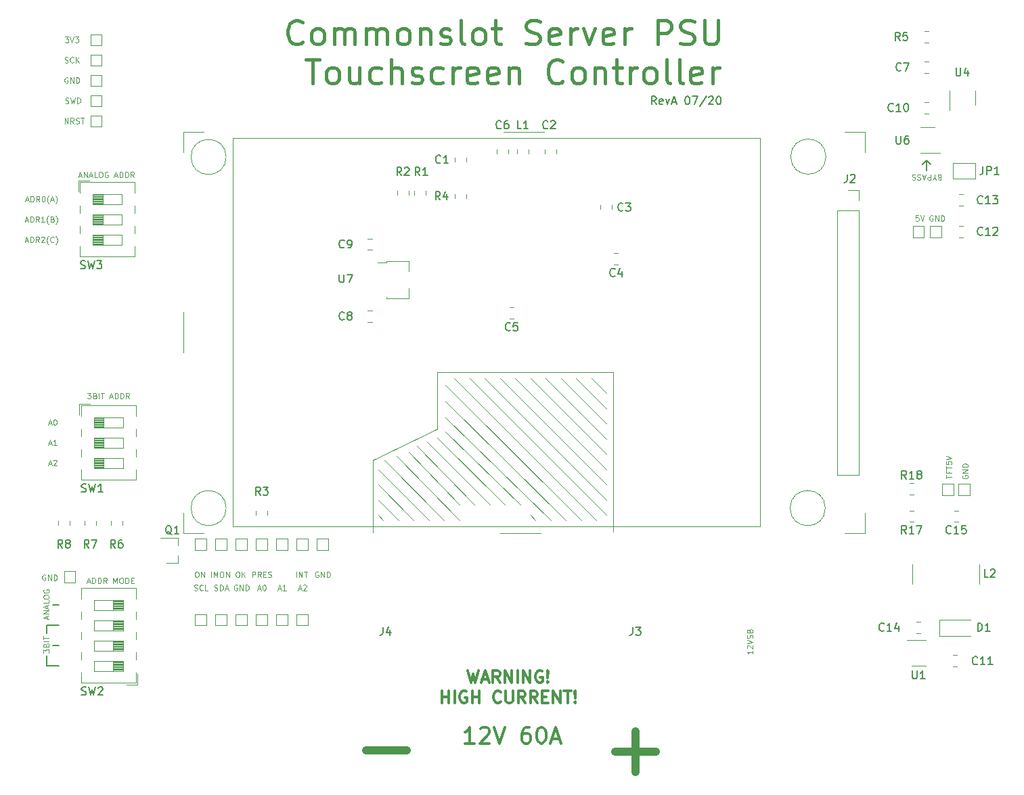
<source format=gbr>
G04 #@! TF.GenerationSoftware,KiCad,Pcbnew,5.1.6-c6e7f7d~86~ubuntu18.04.1*
G04 #@! TF.CreationDate,2020-07-20T00:11:47+01:00*
G04 #@! TF.ProjectId,ServerPSU_Breakout,53657276-6572-4505-9355-5f427265616b,rev?*
G04 #@! TF.SameCoordinates,Original*
G04 #@! TF.FileFunction,Legend,Top*
G04 #@! TF.FilePolarity,Positive*
%FSLAX46Y46*%
G04 Gerber Fmt 4.6, Leading zero omitted, Abs format (unit mm)*
G04 Created by KiCad (PCBNEW 5.1.6-c6e7f7d~86~ubuntu18.04.1) date 2020-07-20 00:11:47*
%MOMM*%
%LPD*%
G01*
G04 APERTURE LIST*
%ADD10C,0.375000*%
%ADD11C,0.150000*%
%ADD12C,0.100000*%
%ADD13C,0.200000*%
%ADD14C,0.400000*%
%ADD15C,0.300000*%
%ADD16C,1.000000*%
%ADD17C,0.120000*%
G04 APERTURE END LIST*
D10*
X156528095Y-137556761D02*
X155385238Y-137556761D01*
X155956666Y-137556761D02*
X155956666Y-135556761D01*
X155766190Y-135842476D01*
X155575714Y-136032952D01*
X155385238Y-136128190D01*
X157290000Y-135747238D02*
X157385238Y-135652000D01*
X157575714Y-135556761D01*
X158051904Y-135556761D01*
X158242380Y-135652000D01*
X158337619Y-135747238D01*
X158432857Y-135937714D01*
X158432857Y-136128190D01*
X158337619Y-136413904D01*
X157194761Y-137556761D01*
X158432857Y-137556761D01*
X159004285Y-135556761D02*
X159670952Y-137556761D01*
X160337619Y-135556761D01*
X163385238Y-135556761D02*
X163004285Y-135556761D01*
X162813809Y-135652000D01*
X162718571Y-135747238D01*
X162528095Y-136032952D01*
X162432857Y-136413904D01*
X162432857Y-137175809D01*
X162528095Y-137366285D01*
X162623333Y-137461523D01*
X162813809Y-137556761D01*
X163194761Y-137556761D01*
X163385238Y-137461523D01*
X163480476Y-137366285D01*
X163575714Y-137175809D01*
X163575714Y-136699619D01*
X163480476Y-136509142D01*
X163385238Y-136413904D01*
X163194761Y-136318666D01*
X162813809Y-136318666D01*
X162623333Y-136413904D01*
X162528095Y-136509142D01*
X162432857Y-136699619D01*
X164813809Y-135556761D02*
X165004285Y-135556761D01*
X165194761Y-135652000D01*
X165290000Y-135747238D01*
X165385238Y-135937714D01*
X165480476Y-136318666D01*
X165480476Y-136794857D01*
X165385238Y-137175809D01*
X165290000Y-137366285D01*
X165194761Y-137461523D01*
X165004285Y-137556761D01*
X164813809Y-137556761D01*
X164623333Y-137461523D01*
X164528095Y-137366285D01*
X164432857Y-137175809D01*
X164337619Y-136794857D01*
X164337619Y-136318666D01*
X164432857Y-135937714D01*
X164528095Y-135747238D01*
X164623333Y-135652000D01*
X164813809Y-135556761D01*
X166242380Y-136985333D02*
X167194761Y-136985333D01*
X166051904Y-137556761D02*
X166718571Y-135556761D01*
X167385238Y-137556761D01*
D11*
X213106000Y-64643000D02*
X212598000Y-65151000D01*
X213614000Y-65151000D02*
X213106000Y-64643000D01*
X213106000Y-65913000D02*
X213106000Y-64643000D01*
D12*
X214672666Y-66725000D02*
X214572666Y-66691666D01*
X214539333Y-66658333D01*
X214506000Y-66591666D01*
X214506000Y-66491666D01*
X214539333Y-66425000D01*
X214572666Y-66391666D01*
X214639333Y-66358333D01*
X214906000Y-66358333D01*
X214906000Y-67058333D01*
X214672666Y-67058333D01*
X214606000Y-67025000D01*
X214572666Y-66991666D01*
X214539333Y-66925000D01*
X214539333Y-66858333D01*
X214572666Y-66791666D01*
X214606000Y-66758333D01*
X214672666Y-66725000D01*
X214906000Y-66725000D01*
X214072666Y-66691666D02*
X214072666Y-66358333D01*
X214306000Y-67058333D02*
X214072666Y-66691666D01*
X213839333Y-67058333D01*
X213606000Y-66358333D02*
X213606000Y-67058333D01*
X213339333Y-67058333D01*
X213272666Y-67025000D01*
X213239333Y-66991666D01*
X213206000Y-66925000D01*
X213206000Y-66825000D01*
X213239333Y-66758333D01*
X213272666Y-66725000D01*
X213339333Y-66691666D01*
X213606000Y-66691666D01*
X212939333Y-66558333D02*
X212606000Y-66558333D01*
X213006000Y-66358333D02*
X212772666Y-67058333D01*
X212539333Y-66358333D01*
X212339333Y-66391666D02*
X212239333Y-66358333D01*
X212072666Y-66358333D01*
X212006000Y-66391666D01*
X211972666Y-66425000D01*
X211939333Y-66491666D01*
X211939333Y-66558333D01*
X211972666Y-66625000D01*
X212006000Y-66658333D01*
X212072666Y-66691666D01*
X212206000Y-66725000D01*
X212272666Y-66758333D01*
X212306000Y-66791666D01*
X212339333Y-66858333D01*
X212339333Y-66925000D01*
X212306000Y-66991666D01*
X212272666Y-67025000D01*
X212206000Y-67058333D01*
X212039333Y-67058333D01*
X211939333Y-67025000D01*
X211672666Y-66391666D02*
X211572666Y-66358333D01*
X211406000Y-66358333D01*
X211339333Y-66391666D01*
X211306000Y-66425000D01*
X211272666Y-66491666D01*
X211272666Y-66558333D01*
X211306000Y-66625000D01*
X211339333Y-66658333D01*
X211406000Y-66691666D01*
X211539333Y-66725000D01*
X211606000Y-66758333D01*
X211639333Y-66791666D01*
X211672666Y-66858333D01*
X211672666Y-66925000D01*
X211639333Y-66991666D01*
X211606000Y-67025000D01*
X211539333Y-67058333D01*
X211372666Y-67058333D01*
X211272666Y-67025000D01*
D13*
X179268904Y-57602380D02*
X178935571Y-57126190D01*
X178697476Y-57602380D02*
X178697476Y-56602380D01*
X179078428Y-56602380D01*
X179173666Y-56650000D01*
X179221285Y-56697619D01*
X179268904Y-56792857D01*
X179268904Y-56935714D01*
X179221285Y-57030952D01*
X179173666Y-57078571D01*
X179078428Y-57126190D01*
X178697476Y-57126190D01*
X180078428Y-57554761D02*
X179983190Y-57602380D01*
X179792714Y-57602380D01*
X179697476Y-57554761D01*
X179649857Y-57459523D01*
X179649857Y-57078571D01*
X179697476Y-56983333D01*
X179792714Y-56935714D01*
X179983190Y-56935714D01*
X180078428Y-56983333D01*
X180126047Y-57078571D01*
X180126047Y-57173809D01*
X179649857Y-57269047D01*
X180459380Y-56935714D02*
X180697476Y-57602380D01*
X180935571Y-56935714D01*
X181268904Y-57316666D02*
X181745095Y-57316666D01*
X181173666Y-57602380D02*
X181507000Y-56602380D01*
X181840333Y-57602380D01*
X183126047Y-56602380D02*
X183221285Y-56602380D01*
X183316523Y-56650000D01*
X183364142Y-56697619D01*
X183411761Y-56792857D01*
X183459380Y-56983333D01*
X183459380Y-57221428D01*
X183411761Y-57411904D01*
X183364142Y-57507142D01*
X183316523Y-57554761D01*
X183221285Y-57602380D01*
X183126047Y-57602380D01*
X183030809Y-57554761D01*
X182983190Y-57507142D01*
X182935571Y-57411904D01*
X182887952Y-57221428D01*
X182887952Y-56983333D01*
X182935571Y-56792857D01*
X182983190Y-56697619D01*
X183030809Y-56650000D01*
X183126047Y-56602380D01*
X183792714Y-56602380D02*
X184459380Y-56602380D01*
X184030809Y-57602380D01*
X185554619Y-56554761D02*
X184697476Y-57840476D01*
X185840333Y-56697619D02*
X185887952Y-56650000D01*
X185983190Y-56602380D01*
X186221285Y-56602380D01*
X186316523Y-56650000D01*
X186364142Y-56697619D01*
X186411761Y-56792857D01*
X186411761Y-56888095D01*
X186364142Y-57030952D01*
X185792714Y-57602380D01*
X186411761Y-57602380D01*
X187030809Y-56602380D02*
X187126047Y-56602380D01*
X187221285Y-56650000D01*
X187268904Y-56697619D01*
X187316523Y-56792857D01*
X187364142Y-56983333D01*
X187364142Y-57221428D01*
X187316523Y-57411904D01*
X187268904Y-57507142D01*
X187221285Y-57554761D01*
X187126047Y-57602380D01*
X187030809Y-57602380D01*
X186935571Y-57554761D01*
X186887952Y-57507142D01*
X186840333Y-57411904D01*
X186792714Y-57221428D01*
X186792714Y-56983333D01*
X186840333Y-56792857D01*
X186887952Y-56697619D01*
X186935571Y-56650000D01*
X187030809Y-56602380D01*
D12*
X102844666Y-116490000D02*
X102778000Y-116456666D01*
X102678000Y-116456666D01*
X102578000Y-116490000D01*
X102511333Y-116556666D01*
X102478000Y-116623333D01*
X102444666Y-116756666D01*
X102444666Y-116856666D01*
X102478000Y-116990000D01*
X102511333Y-117056666D01*
X102578000Y-117123333D01*
X102678000Y-117156666D01*
X102744666Y-117156666D01*
X102844666Y-117123333D01*
X102878000Y-117090000D01*
X102878000Y-116856666D01*
X102744666Y-116856666D01*
X103178000Y-117156666D02*
X103178000Y-116456666D01*
X103578000Y-117156666D01*
X103578000Y-116456666D01*
X103911333Y-117156666D02*
X103911333Y-116456666D01*
X104078000Y-116456666D01*
X104178000Y-116490000D01*
X104244666Y-116556666D01*
X104278000Y-116623333D01*
X104311333Y-116756666D01*
X104311333Y-116856666D01*
X104278000Y-116990000D01*
X104244666Y-117056666D01*
X104178000Y-117123333D01*
X104078000Y-117156666D01*
X103911333Y-117156666D01*
D11*
X104521000Y-120269000D02*
X103759000Y-120269000D01*
X102997000Y-127889000D02*
X102997000Y-126619000D01*
X104521000Y-127889000D02*
X102997000Y-127889000D01*
X102997000Y-122809000D02*
X102997000Y-123825000D01*
X104521000Y-122809000D02*
X102997000Y-122809000D01*
X104521000Y-125349000D02*
X103759000Y-125349000D01*
D12*
X103113666Y-121975333D02*
X103113666Y-121642000D01*
X103313666Y-122042000D02*
X102613666Y-121808666D01*
X103313666Y-121575333D01*
X103313666Y-121342000D02*
X102613666Y-121342000D01*
X103313666Y-120942000D01*
X102613666Y-120942000D01*
X103113666Y-120642000D02*
X103113666Y-120308666D01*
X103313666Y-120708666D02*
X102613666Y-120475333D01*
X103313666Y-120242000D01*
X103313666Y-119675333D02*
X103313666Y-120008666D01*
X102613666Y-120008666D01*
X102613666Y-119308666D02*
X102613666Y-119175333D01*
X102647000Y-119108666D01*
X102713666Y-119042000D01*
X102847000Y-119008666D01*
X103080333Y-119008666D01*
X103213666Y-119042000D01*
X103280333Y-119108666D01*
X103313666Y-119175333D01*
X103313666Y-119308666D01*
X103280333Y-119375333D01*
X103213666Y-119442000D01*
X103080333Y-119475333D01*
X102847000Y-119475333D01*
X102713666Y-119442000D01*
X102647000Y-119375333D01*
X102613666Y-119308666D01*
X102647000Y-118342000D02*
X102613666Y-118408666D01*
X102613666Y-118508666D01*
X102647000Y-118608666D01*
X102713666Y-118675333D01*
X102780333Y-118708666D01*
X102913666Y-118742000D01*
X103013666Y-118742000D01*
X103147000Y-118708666D01*
X103213666Y-118675333D01*
X103280333Y-118608666D01*
X103313666Y-118508666D01*
X103313666Y-118442000D01*
X103280333Y-118342000D01*
X103247000Y-118308666D01*
X103013666Y-118308666D01*
X103013666Y-118442000D01*
X102613666Y-126238666D02*
X102613666Y-125805333D01*
X102880333Y-126038666D01*
X102880333Y-125938666D01*
X102913666Y-125872000D01*
X102947000Y-125838666D01*
X103013666Y-125805333D01*
X103180333Y-125805333D01*
X103247000Y-125838666D01*
X103280333Y-125872000D01*
X103313666Y-125938666D01*
X103313666Y-126138666D01*
X103280333Y-126205333D01*
X103247000Y-126238666D01*
X102947000Y-125272000D02*
X102980333Y-125172000D01*
X103013666Y-125138666D01*
X103080333Y-125105333D01*
X103180333Y-125105333D01*
X103247000Y-125138666D01*
X103280333Y-125172000D01*
X103313666Y-125238666D01*
X103313666Y-125505333D01*
X102613666Y-125505333D01*
X102613666Y-125272000D01*
X102647000Y-125205333D01*
X102680333Y-125172000D01*
X102747000Y-125138666D01*
X102813666Y-125138666D01*
X102880333Y-125172000D01*
X102913666Y-125205333D01*
X102947000Y-125272000D01*
X102947000Y-125505333D01*
X103313666Y-124805333D02*
X102613666Y-124805333D01*
X102613666Y-124572000D02*
X102613666Y-124172000D01*
X103313666Y-124372000D02*
X102613666Y-124372000D01*
X108081333Y-117337666D02*
X108414666Y-117337666D01*
X108014666Y-117537666D02*
X108248000Y-116837666D01*
X108481333Y-117537666D01*
X108714666Y-117537666D02*
X108714666Y-116837666D01*
X108881333Y-116837666D01*
X108981333Y-116871000D01*
X109048000Y-116937666D01*
X109081333Y-117004333D01*
X109114666Y-117137666D01*
X109114666Y-117237666D01*
X109081333Y-117371000D01*
X109048000Y-117437666D01*
X108981333Y-117504333D01*
X108881333Y-117537666D01*
X108714666Y-117537666D01*
X109414666Y-117537666D02*
X109414666Y-116837666D01*
X109581333Y-116837666D01*
X109681333Y-116871000D01*
X109748000Y-116937666D01*
X109781333Y-117004333D01*
X109814666Y-117137666D01*
X109814666Y-117237666D01*
X109781333Y-117371000D01*
X109748000Y-117437666D01*
X109681333Y-117504333D01*
X109581333Y-117537666D01*
X109414666Y-117537666D01*
X110514666Y-117537666D02*
X110281333Y-117204333D01*
X110114666Y-117537666D02*
X110114666Y-116837666D01*
X110381333Y-116837666D01*
X110448000Y-116871000D01*
X110481333Y-116904333D01*
X110514666Y-116971000D01*
X110514666Y-117071000D01*
X110481333Y-117137666D01*
X110448000Y-117171000D01*
X110381333Y-117204333D01*
X110114666Y-117204333D01*
X111348000Y-117537666D02*
X111348000Y-116837666D01*
X111581333Y-117337666D01*
X111814666Y-116837666D01*
X111814666Y-117537666D01*
X112281333Y-116837666D02*
X112414666Y-116837666D01*
X112481333Y-116871000D01*
X112548000Y-116937666D01*
X112581333Y-117071000D01*
X112581333Y-117304333D01*
X112548000Y-117437666D01*
X112481333Y-117504333D01*
X112414666Y-117537666D01*
X112281333Y-117537666D01*
X112214666Y-117504333D01*
X112148000Y-117437666D01*
X112114666Y-117304333D01*
X112114666Y-117071000D01*
X112148000Y-116937666D01*
X112214666Y-116871000D01*
X112281333Y-116837666D01*
X112881333Y-117537666D02*
X112881333Y-116837666D01*
X113048000Y-116837666D01*
X113148000Y-116871000D01*
X113214666Y-116937666D01*
X113248000Y-117004333D01*
X113281333Y-117137666D01*
X113281333Y-117237666D01*
X113248000Y-117371000D01*
X113214666Y-117437666D01*
X113148000Y-117504333D01*
X113048000Y-117537666D01*
X112881333Y-117537666D01*
X113581333Y-117171000D02*
X113814666Y-117171000D01*
X113914666Y-117537666D02*
X113581333Y-117537666D01*
X113581333Y-116837666D01*
X113914666Y-116837666D01*
X103259000Y-102605666D02*
X103592333Y-102605666D01*
X103192333Y-102805666D02*
X103425666Y-102105666D01*
X103659000Y-102805666D01*
X103859000Y-102172333D02*
X103892333Y-102139000D01*
X103959000Y-102105666D01*
X104125666Y-102105666D01*
X104192333Y-102139000D01*
X104225666Y-102172333D01*
X104259000Y-102239000D01*
X104259000Y-102305666D01*
X104225666Y-102405666D01*
X103825666Y-102805666D01*
X104259000Y-102805666D01*
X103259000Y-100065666D02*
X103592333Y-100065666D01*
X103192333Y-100265666D02*
X103425666Y-99565666D01*
X103659000Y-100265666D01*
X104259000Y-100265666D02*
X103859000Y-100265666D01*
X104059000Y-100265666D02*
X104059000Y-99565666D01*
X103992333Y-99665666D01*
X103925666Y-99732333D01*
X103859000Y-99765666D01*
X103259000Y-97525666D02*
X103592333Y-97525666D01*
X103192333Y-97725666D02*
X103425666Y-97025666D01*
X103659000Y-97725666D01*
X104025666Y-97025666D02*
X104092333Y-97025666D01*
X104159000Y-97059000D01*
X104192333Y-97092333D01*
X104225666Y-97159000D01*
X104259000Y-97292333D01*
X104259000Y-97459000D01*
X104225666Y-97592333D01*
X104192333Y-97659000D01*
X104159000Y-97692333D01*
X104092333Y-97725666D01*
X104025666Y-97725666D01*
X103959000Y-97692333D01*
X103925666Y-97659000D01*
X103892333Y-97592333D01*
X103859000Y-97459000D01*
X103859000Y-97292333D01*
X103892333Y-97159000D01*
X103925666Y-97092333D01*
X103959000Y-97059000D01*
X104025666Y-97025666D01*
X108110666Y-93723666D02*
X108544000Y-93723666D01*
X108310666Y-93990333D01*
X108410666Y-93990333D01*
X108477333Y-94023666D01*
X108510666Y-94057000D01*
X108544000Y-94123666D01*
X108544000Y-94290333D01*
X108510666Y-94357000D01*
X108477333Y-94390333D01*
X108410666Y-94423666D01*
X108210666Y-94423666D01*
X108144000Y-94390333D01*
X108110666Y-94357000D01*
X109077333Y-94057000D02*
X109177333Y-94090333D01*
X109210666Y-94123666D01*
X109244000Y-94190333D01*
X109244000Y-94290333D01*
X109210666Y-94357000D01*
X109177333Y-94390333D01*
X109110666Y-94423666D01*
X108844000Y-94423666D01*
X108844000Y-93723666D01*
X109077333Y-93723666D01*
X109144000Y-93757000D01*
X109177333Y-93790333D01*
X109210666Y-93857000D01*
X109210666Y-93923666D01*
X109177333Y-93990333D01*
X109144000Y-94023666D01*
X109077333Y-94057000D01*
X108844000Y-94057000D01*
X109544000Y-94423666D02*
X109544000Y-93723666D01*
X109777333Y-93723666D02*
X110177333Y-93723666D01*
X109977333Y-94423666D02*
X109977333Y-93723666D01*
X110910666Y-94223666D02*
X111244000Y-94223666D01*
X110844000Y-94423666D02*
X111077333Y-93723666D01*
X111310666Y-94423666D01*
X111544000Y-94423666D02*
X111544000Y-93723666D01*
X111710666Y-93723666D01*
X111810666Y-93757000D01*
X111877333Y-93823666D01*
X111910666Y-93890333D01*
X111944000Y-94023666D01*
X111944000Y-94123666D01*
X111910666Y-94257000D01*
X111877333Y-94323666D01*
X111810666Y-94390333D01*
X111710666Y-94423666D01*
X111544000Y-94423666D01*
X112244000Y-94423666D02*
X112244000Y-93723666D01*
X112410666Y-93723666D01*
X112510666Y-93757000D01*
X112577333Y-93823666D01*
X112610666Y-93890333D01*
X112644000Y-94023666D01*
X112644000Y-94123666D01*
X112610666Y-94257000D01*
X112577333Y-94323666D01*
X112510666Y-94390333D01*
X112410666Y-94423666D01*
X112244000Y-94423666D01*
X113344000Y-94423666D02*
X113110666Y-94090333D01*
X112944000Y-94423666D02*
X112944000Y-93723666D01*
X113210666Y-93723666D01*
X113277333Y-93757000D01*
X113310666Y-93790333D01*
X113344000Y-93857000D01*
X113344000Y-93957000D01*
X113310666Y-94023666D01*
X113277333Y-94057000D01*
X113210666Y-94090333D01*
X112944000Y-94090333D01*
X100345333Y-74665666D02*
X100678666Y-74665666D01*
X100278666Y-74865666D02*
X100512000Y-74165666D01*
X100745333Y-74865666D01*
X100978666Y-74865666D02*
X100978666Y-74165666D01*
X101145333Y-74165666D01*
X101245333Y-74199000D01*
X101312000Y-74265666D01*
X101345333Y-74332333D01*
X101378666Y-74465666D01*
X101378666Y-74565666D01*
X101345333Y-74699000D01*
X101312000Y-74765666D01*
X101245333Y-74832333D01*
X101145333Y-74865666D01*
X100978666Y-74865666D01*
X102078666Y-74865666D02*
X101845333Y-74532333D01*
X101678666Y-74865666D02*
X101678666Y-74165666D01*
X101945333Y-74165666D01*
X102012000Y-74199000D01*
X102045333Y-74232333D01*
X102078666Y-74299000D01*
X102078666Y-74399000D01*
X102045333Y-74465666D01*
X102012000Y-74499000D01*
X101945333Y-74532333D01*
X101678666Y-74532333D01*
X102345333Y-74232333D02*
X102378666Y-74199000D01*
X102445333Y-74165666D01*
X102612000Y-74165666D01*
X102678666Y-74199000D01*
X102712000Y-74232333D01*
X102745333Y-74299000D01*
X102745333Y-74365666D01*
X102712000Y-74465666D01*
X102312000Y-74865666D01*
X102745333Y-74865666D01*
X103245333Y-75132333D02*
X103212000Y-75099000D01*
X103145333Y-74999000D01*
X103112000Y-74932333D01*
X103078666Y-74832333D01*
X103045333Y-74665666D01*
X103045333Y-74532333D01*
X103078666Y-74365666D01*
X103112000Y-74265666D01*
X103145333Y-74199000D01*
X103212000Y-74099000D01*
X103245333Y-74065666D01*
X103912000Y-74799000D02*
X103878666Y-74832333D01*
X103778666Y-74865666D01*
X103712000Y-74865666D01*
X103612000Y-74832333D01*
X103545333Y-74765666D01*
X103512000Y-74699000D01*
X103478666Y-74565666D01*
X103478666Y-74465666D01*
X103512000Y-74332333D01*
X103545333Y-74265666D01*
X103612000Y-74199000D01*
X103712000Y-74165666D01*
X103778666Y-74165666D01*
X103878666Y-74199000D01*
X103912000Y-74232333D01*
X104145333Y-75132333D02*
X104178666Y-75099000D01*
X104245333Y-74999000D01*
X104278666Y-74932333D01*
X104312000Y-74832333D01*
X104345333Y-74665666D01*
X104345333Y-74532333D01*
X104312000Y-74365666D01*
X104278666Y-74265666D01*
X104245333Y-74199000D01*
X104178666Y-74099000D01*
X104145333Y-74065666D01*
X100345333Y-72125666D02*
X100678666Y-72125666D01*
X100278666Y-72325666D02*
X100512000Y-71625666D01*
X100745333Y-72325666D01*
X100978666Y-72325666D02*
X100978666Y-71625666D01*
X101145333Y-71625666D01*
X101245333Y-71659000D01*
X101312000Y-71725666D01*
X101345333Y-71792333D01*
X101378666Y-71925666D01*
X101378666Y-72025666D01*
X101345333Y-72159000D01*
X101312000Y-72225666D01*
X101245333Y-72292333D01*
X101145333Y-72325666D01*
X100978666Y-72325666D01*
X102078666Y-72325666D02*
X101845333Y-71992333D01*
X101678666Y-72325666D02*
X101678666Y-71625666D01*
X101945333Y-71625666D01*
X102012000Y-71659000D01*
X102045333Y-71692333D01*
X102078666Y-71759000D01*
X102078666Y-71859000D01*
X102045333Y-71925666D01*
X102012000Y-71959000D01*
X101945333Y-71992333D01*
X101678666Y-71992333D01*
X102745333Y-72325666D02*
X102345333Y-72325666D01*
X102545333Y-72325666D02*
X102545333Y-71625666D01*
X102478666Y-71725666D01*
X102412000Y-71792333D01*
X102345333Y-71825666D01*
X103245333Y-72592333D02*
X103212000Y-72559000D01*
X103145333Y-72459000D01*
X103112000Y-72392333D01*
X103078666Y-72292333D01*
X103045333Y-72125666D01*
X103045333Y-71992333D01*
X103078666Y-71825666D01*
X103112000Y-71725666D01*
X103145333Y-71659000D01*
X103212000Y-71559000D01*
X103245333Y-71525666D01*
X103745333Y-71959000D02*
X103845333Y-71992333D01*
X103878666Y-72025666D01*
X103912000Y-72092333D01*
X103912000Y-72192333D01*
X103878666Y-72259000D01*
X103845333Y-72292333D01*
X103778666Y-72325666D01*
X103512000Y-72325666D01*
X103512000Y-71625666D01*
X103745333Y-71625666D01*
X103812000Y-71659000D01*
X103845333Y-71692333D01*
X103878666Y-71759000D01*
X103878666Y-71825666D01*
X103845333Y-71892333D01*
X103812000Y-71925666D01*
X103745333Y-71959000D01*
X103512000Y-71959000D01*
X104145333Y-72592333D02*
X104178666Y-72559000D01*
X104245333Y-72459000D01*
X104278666Y-72392333D01*
X104312000Y-72292333D01*
X104345333Y-72125666D01*
X104345333Y-71992333D01*
X104312000Y-71825666D01*
X104278666Y-71725666D01*
X104245333Y-71659000D01*
X104178666Y-71559000D01*
X104145333Y-71525666D01*
X100395333Y-69585666D02*
X100728666Y-69585666D01*
X100328666Y-69785666D02*
X100562000Y-69085666D01*
X100795333Y-69785666D01*
X101028666Y-69785666D02*
X101028666Y-69085666D01*
X101195333Y-69085666D01*
X101295333Y-69119000D01*
X101362000Y-69185666D01*
X101395333Y-69252333D01*
X101428666Y-69385666D01*
X101428666Y-69485666D01*
X101395333Y-69619000D01*
X101362000Y-69685666D01*
X101295333Y-69752333D01*
X101195333Y-69785666D01*
X101028666Y-69785666D01*
X102128666Y-69785666D02*
X101895333Y-69452333D01*
X101728666Y-69785666D02*
X101728666Y-69085666D01*
X101995333Y-69085666D01*
X102062000Y-69119000D01*
X102095333Y-69152333D01*
X102128666Y-69219000D01*
X102128666Y-69319000D01*
X102095333Y-69385666D01*
X102062000Y-69419000D01*
X101995333Y-69452333D01*
X101728666Y-69452333D01*
X102562000Y-69085666D02*
X102628666Y-69085666D01*
X102695333Y-69119000D01*
X102728666Y-69152333D01*
X102762000Y-69219000D01*
X102795333Y-69352333D01*
X102795333Y-69519000D01*
X102762000Y-69652333D01*
X102728666Y-69719000D01*
X102695333Y-69752333D01*
X102628666Y-69785666D01*
X102562000Y-69785666D01*
X102495333Y-69752333D01*
X102462000Y-69719000D01*
X102428666Y-69652333D01*
X102395333Y-69519000D01*
X102395333Y-69352333D01*
X102428666Y-69219000D01*
X102462000Y-69152333D01*
X102495333Y-69119000D01*
X102562000Y-69085666D01*
X103295333Y-70052333D02*
X103262000Y-70019000D01*
X103195333Y-69919000D01*
X103162000Y-69852333D01*
X103128666Y-69752333D01*
X103095333Y-69585666D01*
X103095333Y-69452333D01*
X103128666Y-69285666D01*
X103162000Y-69185666D01*
X103195333Y-69119000D01*
X103262000Y-69019000D01*
X103295333Y-68985666D01*
X103528666Y-69585666D02*
X103862000Y-69585666D01*
X103462000Y-69785666D02*
X103695333Y-69085666D01*
X103928666Y-69785666D01*
X104095333Y-70052333D02*
X104128666Y-70019000D01*
X104195333Y-69919000D01*
X104228666Y-69852333D01*
X104262000Y-69752333D01*
X104295333Y-69585666D01*
X104295333Y-69452333D01*
X104262000Y-69285666D01*
X104228666Y-69185666D01*
X104195333Y-69119000D01*
X104128666Y-69019000D01*
X104095333Y-68985666D01*
X107040000Y-66537666D02*
X107373333Y-66537666D01*
X106973333Y-66737666D02*
X107206666Y-66037666D01*
X107440000Y-66737666D01*
X107673333Y-66737666D02*
X107673333Y-66037666D01*
X108073333Y-66737666D01*
X108073333Y-66037666D01*
X108373333Y-66537666D02*
X108706666Y-66537666D01*
X108306666Y-66737666D02*
X108540000Y-66037666D01*
X108773333Y-66737666D01*
X109340000Y-66737666D02*
X109006666Y-66737666D01*
X109006666Y-66037666D01*
X109706666Y-66037666D02*
X109840000Y-66037666D01*
X109906666Y-66071000D01*
X109973333Y-66137666D01*
X110006666Y-66271000D01*
X110006666Y-66504333D01*
X109973333Y-66637666D01*
X109906666Y-66704333D01*
X109840000Y-66737666D01*
X109706666Y-66737666D01*
X109640000Y-66704333D01*
X109573333Y-66637666D01*
X109540000Y-66504333D01*
X109540000Y-66271000D01*
X109573333Y-66137666D01*
X109640000Y-66071000D01*
X109706666Y-66037666D01*
X110673333Y-66071000D02*
X110606666Y-66037666D01*
X110506666Y-66037666D01*
X110406666Y-66071000D01*
X110340000Y-66137666D01*
X110306666Y-66204333D01*
X110273333Y-66337666D01*
X110273333Y-66437666D01*
X110306666Y-66571000D01*
X110340000Y-66637666D01*
X110406666Y-66704333D01*
X110506666Y-66737666D01*
X110573333Y-66737666D01*
X110673333Y-66704333D01*
X110706666Y-66671000D01*
X110706666Y-66437666D01*
X110573333Y-66437666D01*
X111506666Y-66537666D02*
X111840000Y-66537666D01*
X111440000Y-66737666D02*
X111673333Y-66037666D01*
X111906666Y-66737666D01*
X112140000Y-66737666D02*
X112140000Y-66037666D01*
X112306666Y-66037666D01*
X112406666Y-66071000D01*
X112473333Y-66137666D01*
X112506666Y-66204333D01*
X112540000Y-66337666D01*
X112540000Y-66437666D01*
X112506666Y-66571000D01*
X112473333Y-66637666D01*
X112406666Y-66704333D01*
X112306666Y-66737666D01*
X112140000Y-66737666D01*
X112840000Y-66737666D02*
X112840000Y-66037666D01*
X113006666Y-66037666D01*
X113106666Y-66071000D01*
X113173333Y-66137666D01*
X113206666Y-66204333D01*
X113240000Y-66337666D01*
X113240000Y-66437666D01*
X113206666Y-66571000D01*
X113173333Y-66637666D01*
X113106666Y-66704333D01*
X113006666Y-66737666D01*
X112840000Y-66737666D01*
X113940000Y-66737666D02*
X113706666Y-66404333D01*
X113540000Y-66737666D02*
X113540000Y-66037666D01*
X113806666Y-66037666D01*
X113873333Y-66071000D01*
X113906666Y-66104333D01*
X113940000Y-66171000D01*
X113940000Y-66271000D01*
X113906666Y-66337666D01*
X113873333Y-66371000D01*
X113806666Y-66404333D01*
X113540000Y-66404333D01*
D14*
X135004285Y-49802428D02*
X134861428Y-49945285D01*
X134432857Y-50088142D01*
X134147142Y-50088142D01*
X133718571Y-49945285D01*
X133432857Y-49659571D01*
X133290000Y-49373857D01*
X133147142Y-48802428D01*
X133147142Y-48373857D01*
X133290000Y-47802428D01*
X133432857Y-47516714D01*
X133718571Y-47231000D01*
X134147142Y-47088142D01*
X134432857Y-47088142D01*
X134861428Y-47231000D01*
X135004285Y-47373857D01*
X136718571Y-50088142D02*
X136432857Y-49945285D01*
X136290000Y-49802428D01*
X136147142Y-49516714D01*
X136147142Y-48659571D01*
X136290000Y-48373857D01*
X136432857Y-48231000D01*
X136718571Y-48088142D01*
X137147142Y-48088142D01*
X137432857Y-48231000D01*
X137575714Y-48373857D01*
X137718571Y-48659571D01*
X137718571Y-49516714D01*
X137575714Y-49802428D01*
X137432857Y-49945285D01*
X137147142Y-50088142D01*
X136718571Y-50088142D01*
X139004285Y-50088142D02*
X139004285Y-48088142D01*
X139004285Y-48373857D02*
X139147142Y-48231000D01*
X139432857Y-48088142D01*
X139861428Y-48088142D01*
X140147142Y-48231000D01*
X140290000Y-48516714D01*
X140290000Y-50088142D01*
X140290000Y-48516714D02*
X140432857Y-48231000D01*
X140718571Y-48088142D01*
X141147142Y-48088142D01*
X141432857Y-48231000D01*
X141575714Y-48516714D01*
X141575714Y-50088142D01*
X143004285Y-50088142D02*
X143004285Y-48088142D01*
X143004285Y-48373857D02*
X143147142Y-48231000D01*
X143432857Y-48088142D01*
X143861428Y-48088142D01*
X144147142Y-48231000D01*
X144290000Y-48516714D01*
X144290000Y-50088142D01*
X144290000Y-48516714D02*
X144432857Y-48231000D01*
X144718571Y-48088142D01*
X145147142Y-48088142D01*
X145432857Y-48231000D01*
X145575714Y-48516714D01*
X145575714Y-50088142D01*
X147432857Y-50088142D02*
X147147142Y-49945285D01*
X147004285Y-49802428D01*
X146861428Y-49516714D01*
X146861428Y-48659571D01*
X147004285Y-48373857D01*
X147147142Y-48231000D01*
X147432857Y-48088142D01*
X147861428Y-48088142D01*
X148147142Y-48231000D01*
X148290000Y-48373857D01*
X148432857Y-48659571D01*
X148432857Y-49516714D01*
X148290000Y-49802428D01*
X148147142Y-49945285D01*
X147861428Y-50088142D01*
X147432857Y-50088142D01*
X149718571Y-48088142D02*
X149718571Y-50088142D01*
X149718571Y-48373857D02*
X149861428Y-48231000D01*
X150147142Y-48088142D01*
X150575714Y-48088142D01*
X150861428Y-48231000D01*
X151004285Y-48516714D01*
X151004285Y-50088142D01*
X152290000Y-49945285D02*
X152575714Y-50088142D01*
X153147142Y-50088142D01*
X153432857Y-49945285D01*
X153575714Y-49659571D01*
X153575714Y-49516714D01*
X153432857Y-49231000D01*
X153147142Y-49088142D01*
X152718571Y-49088142D01*
X152432857Y-48945285D01*
X152290000Y-48659571D01*
X152290000Y-48516714D01*
X152432857Y-48231000D01*
X152718571Y-48088142D01*
X153147142Y-48088142D01*
X153432857Y-48231000D01*
X155290000Y-50088142D02*
X155004285Y-49945285D01*
X154861428Y-49659571D01*
X154861428Y-47088142D01*
X156861428Y-50088142D02*
X156575714Y-49945285D01*
X156432857Y-49802428D01*
X156290000Y-49516714D01*
X156290000Y-48659571D01*
X156432857Y-48373857D01*
X156575714Y-48231000D01*
X156861428Y-48088142D01*
X157290000Y-48088142D01*
X157575714Y-48231000D01*
X157718571Y-48373857D01*
X157861428Y-48659571D01*
X157861428Y-49516714D01*
X157718571Y-49802428D01*
X157575714Y-49945285D01*
X157290000Y-50088142D01*
X156861428Y-50088142D01*
X158718571Y-48088142D02*
X159861428Y-48088142D01*
X159147142Y-47088142D02*
X159147142Y-49659571D01*
X159290000Y-49945285D01*
X159575714Y-50088142D01*
X159861428Y-50088142D01*
X163004285Y-49945285D02*
X163432857Y-50088142D01*
X164147142Y-50088142D01*
X164432857Y-49945285D01*
X164575714Y-49802428D01*
X164718571Y-49516714D01*
X164718571Y-49231000D01*
X164575714Y-48945285D01*
X164432857Y-48802428D01*
X164147142Y-48659571D01*
X163575714Y-48516714D01*
X163290000Y-48373857D01*
X163147142Y-48231000D01*
X163004285Y-47945285D01*
X163004285Y-47659571D01*
X163147142Y-47373857D01*
X163290000Y-47231000D01*
X163575714Y-47088142D01*
X164290000Y-47088142D01*
X164718571Y-47231000D01*
X167147142Y-49945285D02*
X166861428Y-50088142D01*
X166290000Y-50088142D01*
X166004285Y-49945285D01*
X165861428Y-49659571D01*
X165861428Y-48516714D01*
X166004285Y-48231000D01*
X166290000Y-48088142D01*
X166861428Y-48088142D01*
X167147142Y-48231000D01*
X167290000Y-48516714D01*
X167290000Y-48802428D01*
X165861428Y-49088142D01*
X168575714Y-50088142D02*
X168575714Y-48088142D01*
X168575714Y-48659571D02*
X168718571Y-48373857D01*
X168861428Y-48231000D01*
X169147142Y-48088142D01*
X169432857Y-48088142D01*
X170147142Y-48088142D02*
X170861428Y-50088142D01*
X171575714Y-48088142D01*
X173861428Y-49945285D02*
X173575714Y-50088142D01*
X173004285Y-50088142D01*
X172718571Y-49945285D01*
X172575714Y-49659571D01*
X172575714Y-48516714D01*
X172718571Y-48231000D01*
X173004285Y-48088142D01*
X173575714Y-48088142D01*
X173861428Y-48231000D01*
X174004285Y-48516714D01*
X174004285Y-48802428D01*
X172575714Y-49088142D01*
X175290000Y-50088142D02*
X175290000Y-48088142D01*
X175290000Y-48659571D02*
X175432857Y-48373857D01*
X175575714Y-48231000D01*
X175861428Y-48088142D01*
X176147142Y-48088142D01*
X179432857Y-50088142D02*
X179432857Y-47088142D01*
X180575714Y-47088142D01*
X180861428Y-47231000D01*
X181004285Y-47373857D01*
X181147142Y-47659571D01*
X181147142Y-48088142D01*
X181004285Y-48373857D01*
X180861428Y-48516714D01*
X180575714Y-48659571D01*
X179432857Y-48659571D01*
X182290000Y-49945285D02*
X182718571Y-50088142D01*
X183432857Y-50088142D01*
X183718571Y-49945285D01*
X183861428Y-49802428D01*
X184004285Y-49516714D01*
X184004285Y-49231000D01*
X183861428Y-48945285D01*
X183718571Y-48802428D01*
X183432857Y-48659571D01*
X182861428Y-48516714D01*
X182575714Y-48373857D01*
X182432857Y-48231000D01*
X182290000Y-47945285D01*
X182290000Y-47659571D01*
X182432857Y-47373857D01*
X182575714Y-47231000D01*
X182861428Y-47088142D01*
X183575714Y-47088142D01*
X184004285Y-47231000D01*
X185290000Y-47088142D02*
X185290000Y-49516714D01*
X185432857Y-49802428D01*
X185575714Y-49945285D01*
X185861428Y-50088142D01*
X186432857Y-50088142D01*
X186718571Y-49945285D01*
X186861428Y-49802428D01*
X187004285Y-49516714D01*
X187004285Y-47088142D01*
X135432857Y-51988142D02*
X137147142Y-51988142D01*
X136290000Y-54988142D02*
X136290000Y-51988142D01*
X138575714Y-54988142D02*
X138290000Y-54845285D01*
X138147142Y-54702428D01*
X138004285Y-54416714D01*
X138004285Y-53559571D01*
X138147142Y-53273857D01*
X138290000Y-53131000D01*
X138575714Y-52988142D01*
X139004285Y-52988142D01*
X139290000Y-53131000D01*
X139432857Y-53273857D01*
X139575714Y-53559571D01*
X139575714Y-54416714D01*
X139432857Y-54702428D01*
X139290000Y-54845285D01*
X139004285Y-54988142D01*
X138575714Y-54988142D01*
X142147142Y-52988142D02*
X142147142Y-54988142D01*
X140861428Y-52988142D02*
X140861428Y-54559571D01*
X141004285Y-54845285D01*
X141290000Y-54988142D01*
X141718571Y-54988142D01*
X142004285Y-54845285D01*
X142147142Y-54702428D01*
X144861428Y-54845285D02*
X144575714Y-54988142D01*
X144004285Y-54988142D01*
X143718571Y-54845285D01*
X143575714Y-54702428D01*
X143432857Y-54416714D01*
X143432857Y-53559571D01*
X143575714Y-53273857D01*
X143718571Y-53131000D01*
X144004285Y-52988142D01*
X144575714Y-52988142D01*
X144861428Y-53131000D01*
X146147142Y-54988142D02*
X146147142Y-51988142D01*
X147432857Y-54988142D02*
X147432857Y-53416714D01*
X147290000Y-53131000D01*
X147004285Y-52988142D01*
X146575714Y-52988142D01*
X146290000Y-53131000D01*
X146147142Y-53273857D01*
X148718571Y-54845285D02*
X149004285Y-54988142D01*
X149575714Y-54988142D01*
X149861428Y-54845285D01*
X150004285Y-54559571D01*
X150004285Y-54416714D01*
X149861428Y-54131000D01*
X149575714Y-53988142D01*
X149147142Y-53988142D01*
X148861428Y-53845285D01*
X148718571Y-53559571D01*
X148718571Y-53416714D01*
X148861428Y-53131000D01*
X149147142Y-52988142D01*
X149575714Y-52988142D01*
X149861428Y-53131000D01*
X152575714Y-54845285D02*
X152290000Y-54988142D01*
X151718571Y-54988142D01*
X151432857Y-54845285D01*
X151290000Y-54702428D01*
X151147142Y-54416714D01*
X151147142Y-53559571D01*
X151290000Y-53273857D01*
X151432857Y-53131000D01*
X151718571Y-52988142D01*
X152290000Y-52988142D01*
X152575714Y-53131000D01*
X153861428Y-54988142D02*
X153861428Y-52988142D01*
X153861428Y-53559571D02*
X154004285Y-53273857D01*
X154147142Y-53131000D01*
X154432857Y-52988142D01*
X154718571Y-52988142D01*
X156861428Y-54845285D02*
X156575714Y-54988142D01*
X156004285Y-54988142D01*
X155718571Y-54845285D01*
X155575714Y-54559571D01*
X155575714Y-53416714D01*
X155718571Y-53131000D01*
X156004285Y-52988142D01*
X156575714Y-52988142D01*
X156861428Y-53131000D01*
X157004285Y-53416714D01*
X157004285Y-53702428D01*
X155575714Y-53988142D01*
X159432857Y-54845285D02*
X159147142Y-54988142D01*
X158575714Y-54988142D01*
X158290000Y-54845285D01*
X158147142Y-54559571D01*
X158147142Y-53416714D01*
X158290000Y-53131000D01*
X158575714Y-52988142D01*
X159147142Y-52988142D01*
X159432857Y-53131000D01*
X159575714Y-53416714D01*
X159575714Y-53702428D01*
X158147142Y-53988142D01*
X160861428Y-52988142D02*
X160861428Y-54988142D01*
X160861428Y-53273857D02*
X161004285Y-53131000D01*
X161290000Y-52988142D01*
X161718571Y-52988142D01*
X162004285Y-53131000D01*
X162147142Y-53416714D01*
X162147142Y-54988142D01*
X167575714Y-54702428D02*
X167432857Y-54845285D01*
X167004285Y-54988142D01*
X166718571Y-54988142D01*
X166290000Y-54845285D01*
X166004285Y-54559571D01*
X165861428Y-54273857D01*
X165718571Y-53702428D01*
X165718571Y-53273857D01*
X165861428Y-52702428D01*
X166004285Y-52416714D01*
X166290000Y-52131000D01*
X166718571Y-51988142D01*
X167004285Y-51988142D01*
X167432857Y-52131000D01*
X167575714Y-52273857D01*
X169290000Y-54988142D02*
X169004285Y-54845285D01*
X168861428Y-54702428D01*
X168718571Y-54416714D01*
X168718571Y-53559571D01*
X168861428Y-53273857D01*
X169004285Y-53131000D01*
X169290000Y-52988142D01*
X169718571Y-52988142D01*
X170004285Y-53131000D01*
X170147142Y-53273857D01*
X170290000Y-53559571D01*
X170290000Y-54416714D01*
X170147142Y-54702428D01*
X170004285Y-54845285D01*
X169718571Y-54988142D01*
X169290000Y-54988142D01*
X171575714Y-52988142D02*
X171575714Y-54988142D01*
X171575714Y-53273857D02*
X171718571Y-53131000D01*
X172004285Y-52988142D01*
X172432857Y-52988142D01*
X172718571Y-53131000D01*
X172861428Y-53416714D01*
X172861428Y-54988142D01*
X173861428Y-52988142D02*
X175004285Y-52988142D01*
X174290000Y-51988142D02*
X174290000Y-54559571D01*
X174432857Y-54845285D01*
X174718571Y-54988142D01*
X175004285Y-54988142D01*
X176004285Y-54988142D02*
X176004285Y-52988142D01*
X176004285Y-53559571D02*
X176147142Y-53273857D01*
X176290000Y-53131000D01*
X176575714Y-52988142D01*
X176861428Y-52988142D01*
X178290000Y-54988142D02*
X178004285Y-54845285D01*
X177861428Y-54702428D01*
X177718571Y-54416714D01*
X177718571Y-53559571D01*
X177861428Y-53273857D01*
X178004285Y-53131000D01*
X178290000Y-52988142D01*
X178718571Y-52988142D01*
X179004285Y-53131000D01*
X179147142Y-53273857D01*
X179290000Y-53559571D01*
X179290000Y-54416714D01*
X179147142Y-54702428D01*
X179004285Y-54845285D01*
X178718571Y-54988142D01*
X178290000Y-54988142D01*
X181004285Y-54988142D02*
X180718571Y-54845285D01*
X180575714Y-54559571D01*
X180575714Y-51988142D01*
X182575714Y-54988142D02*
X182290000Y-54845285D01*
X182147142Y-54559571D01*
X182147142Y-51988142D01*
X184861428Y-54845285D02*
X184575714Y-54988142D01*
X184004285Y-54988142D01*
X183718571Y-54845285D01*
X183575714Y-54559571D01*
X183575714Y-53416714D01*
X183718571Y-53131000D01*
X184004285Y-52988142D01*
X184575714Y-52988142D01*
X184861428Y-53131000D01*
X185004285Y-53416714D01*
X185004285Y-53702428D01*
X183575714Y-53988142D01*
X186290000Y-54988142D02*
X186290000Y-52988142D01*
X186290000Y-53559571D02*
X186432857Y-53273857D01*
X186575714Y-53131000D01*
X186861428Y-52988142D01*
X187147142Y-52988142D01*
D12*
X105349000Y-57433333D02*
X105449000Y-57466666D01*
X105615666Y-57466666D01*
X105682333Y-57433333D01*
X105715666Y-57400000D01*
X105749000Y-57333333D01*
X105749000Y-57266666D01*
X105715666Y-57200000D01*
X105682333Y-57166666D01*
X105615666Y-57133333D01*
X105482333Y-57100000D01*
X105415666Y-57066666D01*
X105382333Y-57033333D01*
X105349000Y-56966666D01*
X105349000Y-56900000D01*
X105382333Y-56833333D01*
X105415666Y-56800000D01*
X105482333Y-56766666D01*
X105649000Y-56766666D01*
X105749000Y-56800000D01*
X105982333Y-56766666D02*
X106149000Y-57466666D01*
X106282333Y-56966666D01*
X106415666Y-57466666D01*
X106582333Y-56766666D01*
X106849000Y-57466666D02*
X106849000Y-56766666D01*
X107015666Y-56766666D01*
X107115666Y-56800000D01*
X107182333Y-56866666D01*
X107215666Y-56933333D01*
X107249000Y-57066666D01*
X107249000Y-57166666D01*
X107215666Y-57300000D01*
X107182333Y-57366666D01*
X107115666Y-57433333D01*
X107015666Y-57466666D01*
X106849000Y-57466666D01*
X105272000Y-52353333D02*
X105372000Y-52386666D01*
X105538666Y-52386666D01*
X105605333Y-52353333D01*
X105638666Y-52320000D01*
X105672000Y-52253333D01*
X105672000Y-52186666D01*
X105638666Y-52120000D01*
X105605333Y-52086666D01*
X105538666Y-52053333D01*
X105405333Y-52020000D01*
X105338666Y-51986666D01*
X105305333Y-51953333D01*
X105272000Y-51886666D01*
X105272000Y-51820000D01*
X105305333Y-51753333D01*
X105338666Y-51720000D01*
X105405333Y-51686666D01*
X105572000Y-51686666D01*
X105672000Y-51720000D01*
X106372000Y-52320000D02*
X106338666Y-52353333D01*
X106238666Y-52386666D01*
X106172000Y-52386666D01*
X106072000Y-52353333D01*
X106005333Y-52286666D01*
X105972000Y-52220000D01*
X105938666Y-52086666D01*
X105938666Y-51986666D01*
X105972000Y-51853333D01*
X106005333Y-51786666D01*
X106072000Y-51720000D01*
X106172000Y-51686666D01*
X106238666Y-51686666D01*
X106338666Y-51720000D01*
X106372000Y-51753333D01*
X106672000Y-52386666D02*
X106672000Y-51686666D01*
X107072000Y-52386666D02*
X106772000Y-51986666D01*
X107072000Y-51686666D02*
X106672000Y-52086666D01*
X128737666Y-116775666D02*
X128737666Y-116075666D01*
X129004333Y-116075666D01*
X129071000Y-116109000D01*
X129104333Y-116142333D01*
X129137666Y-116209000D01*
X129137666Y-116309000D01*
X129104333Y-116375666D01*
X129071000Y-116409000D01*
X129004333Y-116442333D01*
X128737666Y-116442333D01*
X129837666Y-116775666D02*
X129604333Y-116442333D01*
X129437666Y-116775666D02*
X129437666Y-116075666D01*
X129704333Y-116075666D01*
X129771000Y-116109000D01*
X129804333Y-116142333D01*
X129837666Y-116209000D01*
X129837666Y-116309000D01*
X129804333Y-116375666D01*
X129771000Y-116409000D01*
X129704333Y-116442333D01*
X129437666Y-116442333D01*
X130137666Y-116409000D02*
X130371000Y-116409000D01*
X130471000Y-116775666D02*
X130137666Y-116775666D01*
X130137666Y-116075666D01*
X130471000Y-116075666D01*
X130737666Y-116742333D02*
X130837666Y-116775666D01*
X131004333Y-116775666D01*
X131071000Y-116742333D01*
X131104333Y-116709000D01*
X131137666Y-116642333D01*
X131137666Y-116575666D01*
X131104333Y-116509000D01*
X131071000Y-116475666D01*
X131004333Y-116442333D01*
X130871000Y-116409000D01*
X130804333Y-116375666D01*
X130771000Y-116342333D01*
X130737666Y-116275666D01*
X130737666Y-116209000D01*
X130771000Y-116142333D01*
X130804333Y-116109000D01*
X130871000Y-116075666D01*
X131037666Y-116075666D01*
X131137666Y-116109000D01*
X121740666Y-116075666D02*
X121874000Y-116075666D01*
X121940666Y-116109000D01*
X122007333Y-116175666D01*
X122040666Y-116309000D01*
X122040666Y-116542333D01*
X122007333Y-116675666D01*
X121940666Y-116742333D01*
X121874000Y-116775666D01*
X121740666Y-116775666D01*
X121674000Y-116742333D01*
X121607333Y-116675666D01*
X121574000Y-116542333D01*
X121574000Y-116309000D01*
X121607333Y-116175666D01*
X121674000Y-116109000D01*
X121740666Y-116075666D01*
X122340666Y-116775666D02*
X122340666Y-116075666D01*
X122740666Y-116775666D01*
X122740666Y-116075666D01*
X123580666Y-116775666D02*
X123580666Y-116075666D01*
X123914000Y-116775666D02*
X123914000Y-116075666D01*
X124147333Y-116575666D01*
X124380666Y-116075666D01*
X124380666Y-116775666D01*
X124847333Y-116075666D02*
X124980666Y-116075666D01*
X125047333Y-116109000D01*
X125114000Y-116175666D01*
X125147333Y-116309000D01*
X125147333Y-116542333D01*
X125114000Y-116675666D01*
X125047333Y-116742333D01*
X124980666Y-116775666D01*
X124847333Y-116775666D01*
X124780666Y-116742333D01*
X124714000Y-116675666D01*
X124680666Y-116542333D01*
X124680666Y-116309000D01*
X124714000Y-116175666D01*
X124780666Y-116109000D01*
X124847333Y-116075666D01*
X125447333Y-116775666D02*
X125447333Y-116075666D01*
X125847333Y-116775666D01*
X125847333Y-116075666D01*
X126837333Y-116075666D02*
X126970666Y-116075666D01*
X127037333Y-116109000D01*
X127104000Y-116175666D01*
X127137333Y-116309000D01*
X127137333Y-116542333D01*
X127104000Y-116675666D01*
X127037333Y-116742333D01*
X126970666Y-116775666D01*
X126837333Y-116775666D01*
X126770666Y-116742333D01*
X126704000Y-116675666D01*
X126670666Y-116542333D01*
X126670666Y-116309000D01*
X126704000Y-116175666D01*
X126770666Y-116109000D01*
X126837333Y-116075666D01*
X127437333Y-116775666D02*
X127437333Y-116075666D01*
X127837333Y-116775666D02*
X127537333Y-116375666D01*
X127837333Y-116075666D02*
X127437333Y-116475666D01*
X134240666Y-116775666D02*
X134240666Y-116075666D01*
X134574000Y-116775666D02*
X134574000Y-116075666D01*
X134974000Y-116775666D01*
X134974000Y-116075666D01*
X135207333Y-116075666D02*
X135607333Y-116075666D01*
X135407333Y-116775666D02*
X135407333Y-116075666D01*
X126847666Y-117760000D02*
X126781000Y-117726666D01*
X126681000Y-117726666D01*
X126581000Y-117760000D01*
X126514333Y-117826666D01*
X126481000Y-117893333D01*
X126447666Y-118026666D01*
X126447666Y-118126666D01*
X126481000Y-118260000D01*
X126514333Y-118326666D01*
X126581000Y-118393333D01*
X126681000Y-118426666D01*
X126747666Y-118426666D01*
X126847666Y-118393333D01*
X126881000Y-118360000D01*
X126881000Y-118126666D01*
X126747666Y-118126666D01*
X127181000Y-118426666D02*
X127181000Y-117726666D01*
X127581000Y-118426666D01*
X127581000Y-117726666D01*
X127914333Y-118426666D02*
X127914333Y-117726666D01*
X128081000Y-117726666D01*
X128181000Y-117760000D01*
X128247666Y-117826666D01*
X128281000Y-117893333D01*
X128314333Y-118026666D01*
X128314333Y-118126666D01*
X128281000Y-118260000D01*
X128247666Y-118326666D01*
X128181000Y-118393333D01*
X128081000Y-118426666D01*
X127914333Y-118426666D01*
X121467666Y-118393333D02*
X121567666Y-118426666D01*
X121734333Y-118426666D01*
X121801000Y-118393333D01*
X121834333Y-118360000D01*
X121867666Y-118293333D01*
X121867666Y-118226666D01*
X121834333Y-118160000D01*
X121801000Y-118126666D01*
X121734333Y-118093333D01*
X121601000Y-118060000D01*
X121534333Y-118026666D01*
X121501000Y-117993333D01*
X121467666Y-117926666D01*
X121467666Y-117860000D01*
X121501000Y-117793333D01*
X121534333Y-117760000D01*
X121601000Y-117726666D01*
X121767666Y-117726666D01*
X121867666Y-117760000D01*
X122567666Y-118360000D02*
X122534333Y-118393333D01*
X122434333Y-118426666D01*
X122367666Y-118426666D01*
X122267666Y-118393333D01*
X122201000Y-118326666D01*
X122167666Y-118260000D01*
X122134333Y-118126666D01*
X122134333Y-118026666D01*
X122167666Y-117893333D01*
X122201000Y-117826666D01*
X122267666Y-117760000D01*
X122367666Y-117726666D01*
X122434333Y-117726666D01*
X122534333Y-117760000D01*
X122567666Y-117793333D01*
X123201000Y-118426666D02*
X122867666Y-118426666D01*
X122867666Y-117726666D01*
X123991000Y-118393333D02*
X124091000Y-118426666D01*
X124257666Y-118426666D01*
X124324333Y-118393333D01*
X124357666Y-118360000D01*
X124391000Y-118293333D01*
X124391000Y-118226666D01*
X124357666Y-118160000D01*
X124324333Y-118126666D01*
X124257666Y-118093333D01*
X124124333Y-118060000D01*
X124057666Y-118026666D01*
X124024333Y-117993333D01*
X123991000Y-117926666D01*
X123991000Y-117860000D01*
X124024333Y-117793333D01*
X124057666Y-117760000D01*
X124124333Y-117726666D01*
X124291000Y-117726666D01*
X124391000Y-117760000D01*
X124691000Y-118426666D02*
X124691000Y-117726666D01*
X124857666Y-117726666D01*
X124957666Y-117760000D01*
X125024333Y-117826666D01*
X125057666Y-117893333D01*
X125091000Y-118026666D01*
X125091000Y-118126666D01*
X125057666Y-118260000D01*
X125024333Y-118326666D01*
X124957666Y-118393333D01*
X124857666Y-118426666D01*
X124691000Y-118426666D01*
X125357666Y-118226666D02*
X125691000Y-118226666D01*
X125291000Y-118426666D02*
X125524333Y-117726666D01*
X125757666Y-118426666D01*
X129421000Y-118226666D02*
X129754333Y-118226666D01*
X129354333Y-118426666D02*
X129587666Y-117726666D01*
X129821000Y-118426666D01*
X130187666Y-117726666D02*
X130254333Y-117726666D01*
X130321000Y-117760000D01*
X130354333Y-117793333D01*
X130387666Y-117860000D01*
X130421000Y-117993333D01*
X130421000Y-118160000D01*
X130387666Y-118293333D01*
X130354333Y-118360000D01*
X130321000Y-118393333D01*
X130254333Y-118426666D01*
X130187666Y-118426666D01*
X130121000Y-118393333D01*
X130087666Y-118360000D01*
X130054333Y-118293333D01*
X130021000Y-118160000D01*
X130021000Y-117993333D01*
X130054333Y-117860000D01*
X130087666Y-117793333D01*
X130121000Y-117760000D01*
X130187666Y-117726666D01*
X131961000Y-118226666D02*
X132294333Y-118226666D01*
X131894333Y-118426666D02*
X132127666Y-117726666D01*
X132361000Y-118426666D01*
X132961000Y-118426666D02*
X132561000Y-118426666D01*
X132761000Y-118426666D02*
X132761000Y-117726666D01*
X132694333Y-117826666D01*
X132627666Y-117893333D01*
X132561000Y-117926666D01*
X134501000Y-118226666D02*
X134834333Y-118226666D01*
X134434333Y-118426666D02*
X134667666Y-117726666D01*
X134901000Y-118426666D01*
X135101000Y-117793333D02*
X135134333Y-117760000D01*
X135201000Y-117726666D01*
X135367666Y-117726666D01*
X135434333Y-117760000D01*
X135467666Y-117793333D01*
X135501000Y-117860000D01*
X135501000Y-117926666D01*
X135467666Y-118026666D01*
X135067666Y-118426666D01*
X135501000Y-118426666D01*
X105276000Y-60006666D02*
X105276000Y-59306666D01*
X105676000Y-60006666D01*
X105676000Y-59306666D01*
X106409333Y-60006666D02*
X106176000Y-59673333D01*
X106009333Y-60006666D02*
X106009333Y-59306666D01*
X106276000Y-59306666D01*
X106342666Y-59340000D01*
X106376000Y-59373333D01*
X106409333Y-59440000D01*
X106409333Y-59540000D01*
X106376000Y-59606666D01*
X106342666Y-59640000D01*
X106276000Y-59673333D01*
X106009333Y-59673333D01*
X106676000Y-59973333D02*
X106776000Y-60006666D01*
X106942666Y-60006666D01*
X107009333Y-59973333D01*
X107042666Y-59940000D01*
X107076000Y-59873333D01*
X107076000Y-59806666D01*
X107042666Y-59740000D01*
X107009333Y-59706666D01*
X106942666Y-59673333D01*
X106809333Y-59640000D01*
X106742666Y-59606666D01*
X106709333Y-59573333D01*
X106676000Y-59506666D01*
X106676000Y-59440000D01*
X106709333Y-59373333D01*
X106742666Y-59340000D01*
X106809333Y-59306666D01*
X106976000Y-59306666D01*
X107076000Y-59340000D01*
X107276000Y-59306666D02*
X107676000Y-59306666D01*
X107476000Y-60006666D02*
X107476000Y-59306666D01*
X215516666Y-104397000D02*
X215516666Y-103997000D01*
X216216666Y-104197000D02*
X215516666Y-104197000D01*
X215850000Y-103530333D02*
X215850000Y-103763666D01*
X216216666Y-103763666D02*
X215516666Y-103763666D01*
X215516666Y-103430333D01*
X215516666Y-103263666D02*
X215516666Y-102863666D01*
X216216666Y-103063666D02*
X215516666Y-103063666D01*
X215516666Y-102297000D02*
X215516666Y-102630333D01*
X215850000Y-102663666D01*
X215816666Y-102630333D01*
X215783333Y-102563666D01*
X215783333Y-102397000D01*
X215816666Y-102330333D01*
X215850000Y-102297000D01*
X215916666Y-102263666D01*
X216083333Y-102263666D01*
X216150000Y-102297000D01*
X216183333Y-102330333D01*
X216216666Y-102397000D01*
X216216666Y-102563666D01*
X216183333Y-102630333D01*
X216150000Y-102663666D01*
X215516666Y-102063666D02*
X216216666Y-101830333D01*
X215516666Y-101597000D01*
X217582000Y-104038333D02*
X217548666Y-104105000D01*
X217548666Y-104205000D01*
X217582000Y-104305000D01*
X217648666Y-104371666D01*
X217715333Y-104405000D01*
X217848666Y-104438333D01*
X217948666Y-104438333D01*
X218082000Y-104405000D01*
X218148666Y-104371666D01*
X218215333Y-104305000D01*
X218248666Y-104205000D01*
X218248666Y-104138333D01*
X218215333Y-104038333D01*
X218182000Y-104005000D01*
X217948666Y-104005000D01*
X217948666Y-104138333D01*
X218248666Y-103705000D02*
X217548666Y-103705000D01*
X218248666Y-103305000D01*
X217548666Y-103305000D01*
X218248666Y-102971666D02*
X217548666Y-102971666D01*
X217548666Y-102805000D01*
X217582000Y-102705000D01*
X217648666Y-102638333D01*
X217715333Y-102605000D01*
X217848666Y-102571666D01*
X217948666Y-102571666D01*
X218082000Y-102605000D01*
X218148666Y-102638333D01*
X218215333Y-102705000D01*
X218248666Y-102805000D01*
X218248666Y-102971666D01*
X213842666Y-71532000D02*
X213776000Y-71498666D01*
X213676000Y-71498666D01*
X213576000Y-71532000D01*
X213509333Y-71598666D01*
X213476000Y-71665333D01*
X213442666Y-71798666D01*
X213442666Y-71898666D01*
X213476000Y-72032000D01*
X213509333Y-72098666D01*
X213576000Y-72165333D01*
X213676000Y-72198666D01*
X213742666Y-72198666D01*
X213842666Y-72165333D01*
X213876000Y-72132000D01*
X213876000Y-71898666D01*
X213742666Y-71898666D01*
X214176000Y-72198666D02*
X214176000Y-71498666D01*
X214576000Y-72198666D01*
X214576000Y-71498666D01*
X214909333Y-72198666D02*
X214909333Y-71498666D01*
X215076000Y-71498666D01*
X215176000Y-71532000D01*
X215242666Y-71598666D01*
X215276000Y-71665333D01*
X215309333Y-71798666D01*
X215309333Y-71898666D01*
X215276000Y-72032000D01*
X215242666Y-72098666D01*
X215176000Y-72165333D01*
X215076000Y-72198666D01*
X214909333Y-72198666D01*
X212083666Y-71498666D02*
X211750333Y-71498666D01*
X211717000Y-71832000D01*
X211750333Y-71798666D01*
X211817000Y-71765333D01*
X211983666Y-71765333D01*
X212050333Y-71798666D01*
X212083666Y-71832000D01*
X212117000Y-71898666D01*
X212117000Y-72065333D01*
X212083666Y-72132000D01*
X212050333Y-72165333D01*
X211983666Y-72198666D01*
X211817000Y-72198666D01*
X211750333Y-72165333D01*
X211717000Y-72132000D01*
X212317000Y-71498666D02*
X212550333Y-72198666D01*
X212783666Y-71498666D01*
X137007666Y-116109000D02*
X136941000Y-116075666D01*
X136841000Y-116075666D01*
X136741000Y-116109000D01*
X136674333Y-116175666D01*
X136641000Y-116242333D01*
X136607666Y-116375666D01*
X136607666Y-116475666D01*
X136641000Y-116609000D01*
X136674333Y-116675666D01*
X136741000Y-116742333D01*
X136841000Y-116775666D01*
X136907666Y-116775666D01*
X137007666Y-116742333D01*
X137041000Y-116709000D01*
X137041000Y-116475666D01*
X136907666Y-116475666D01*
X137341000Y-116775666D02*
X137341000Y-116075666D01*
X137741000Y-116775666D01*
X137741000Y-116075666D01*
X138074333Y-116775666D02*
X138074333Y-116075666D01*
X138241000Y-116075666D01*
X138341000Y-116109000D01*
X138407666Y-116175666D01*
X138441000Y-116242333D01*
X138474333Y-116375666D01*
X138474333Y-116475666D01*
X138441000Y-116609000D01*
X138407666Y-116675666D01*
X138341000Y-116742333D01*
X138241000Y-116775666D01*
X138074333Y-116775666D01*
X191324666Y-125957666D02*
X191324666Y-126357666D01*
X191324666Y-126157666D02*
X190624666Y-126157666D01*
X190724666Y-126224333D01*
X190791333Y-126291000D01*
X190824666Y-126357666D01*
X190691333Y-125691000D02*
X190658000Y-125657666D01*
X190624666Y-125591000D01*
X190624666Y-125424333D01*
X190658000Y-125357666D01*
X190691333Y-125324333D01*
X190758000Y-125291000D01*
X190824666Y-125291000D01*
X190924666Y-125324333D01*
X191324666Y-125724333D01*
X191324666Y-125291000D01*
X190624666Y-125091000D02*
X191324666Y-124857666D01*
X190624666Y-124624333D01*
X191291333Y-124424333D02*
X191324666Y-124324333D01*
X191324666Y-124157666D01*
X191291333Y-124091000D01*
X191258000Y-124057666D01*
X191191333Y-124024333D01*
X191124666Y-124024333D01*
X191058000Y-124057666D01*
X191024666Y-124091000D01*
X190991333Y-124157666D01*
X190958000Y-124291000D01*
X190924666Y-124357666D01*
X190891333Y-124391000D01*
X190824666Y-124424333D01*
X190758000Y-124424333D01*
X190691333Y-124391000D01*
X190658000Y-124357666D01*
X190624666Y-124291000D01*
X190624666Y-124124333D01*
X190658000Y-124024333D01*
X190958000Y-123491000D02*
X190991333Y-123391000D01*
X191024666Y-123357666D01*
X191091333Y-123324333D01*
X191191333Y-123324333D01*
X191258000Y-123357666D01*
X191291333Y-123391000D01*
X191324666Y-123457666D01*
X191324666Y-123724333D01*
X190624666Y-123724333D01*
X190624666Y-123491000D01*
X190658000Y-123424333D01*
X190691333Y-123391000D01*
X190758000Y-123357666D01*
X190824666Y-123357666D01*
X190891333Y-123391000D01*
X190924666Y-123424333D01*
X190958000Y-123491000D01*
X190958000Y-123724333D01*
X105638666Y-54260000D02*
X105572000Y-54226666D01*
X105472000Y-54226666D01*
X105372000Y-54260000D01*
X105305333Y-54326666D01*
X105272000Y-54393333D01*
X105238666Y-54526666D01*
X105238666Y-54626666D01*
X105272000Y-54760000D01*
X105305333Y-54826666D01*
X105372000Y-54893333D01*
X105472000Y-54926666D01*
X105538666Y-54926666D01*
X105638666Y-54893333D01*
X105672000Y-54860000D01*
X105672000Y-54626666D01*
X105538666Y-54626666D01*
X105972000Y-54926666D02*
X105972000Y-54226666D01*
X106372000Y-54926666D01*
X106372000Y-54226666D01*
X106705333Y-54926666D02*
X106705333Y-54226666D01*
X106872000Y-54226666D01*
X106972000Y-54260000D01*
X107038666Y-54326666D01*
X107072000Y-54393333D01*
X107105333Y-54526666D01*
X107105333Y-54626666D01*
X107072000Y-54760000D01*
X107038666Y-54826666D01*
X106972000Y-54893333D01*
X106872000Y-54926666D01*
X106705333Y-54926666D01*
X105305333Y-49146666D02*
X105738666Y-49146666D01*
X105505333Y-49413333D01*
X105605333Y-49413333D01*
X105672000Y-49446666D01*
X105705333Y-49480000D01*
X105738666Y-49546666D01*
X105738666Y-49713333D01*
X105705333Y-49780000D01*
X105672000Y-49813333D01*
X105605333Y-49846666D01*
X105405333Y-49846666D01*
X105338666Y-49813333D01*
X105305333Y-49780000D01*
X105938666Y-49146666D02*
X106172000Y-49846666D01*
X106405333Y-49146666D01*
X106572000Y-49146666D02*
X107005333Y-49146666D01*
X106772000Y-49413333D01*
X106872000Y-49413333D01*
X106938666Y-49446666D01*
X106972000Y-49480000D01*
X107005333Y-49546666D01*
X107005333Y-49713333D01*
X106972000Y-49780000D01*
X106938666Y-49813333D01*
X106872000Y-49846666D01*
X106672000Y-49846666D01*
X106605333Y-49813333D01*
X106572000Y-49780000D01*
D15*
X155710571Y-128459571D02*
X156067714Y-129959571D01*
X156353428Y-128888142D01*
X156639142Y-129959571D01*
X156996285Y-128459571D01*
X157496285Y-129531000D02*
X158210571Y-129531000D01*
X157353428Y-129959571D02*
X157853428Y-128459571D01*
X158353428Y-129959571D01*
X159710571Y-129959571D02*
X159210571Y-129245285D01*
X158853428Y-129959571D02*
X158853428Y-128459571D01*
X159424857Y-128459571D01*
X159567714Y-128531000D01*
X159639142Y-128602428D01*
X159710571Y-128745285D01*
X159710571Y-128959571D01*
X159639142Y-129102428D01*
X159567714Y-129173857D01*
X159424857Y-129245285D01*
X158853428Y-129245285D01*
X160353428Y-129959571D02*
X160353428Y-128459571D01*
X161210571Y-129959571D01*
X161210571Y-128459571D01*
X161924857Y-129959571D02*
X161924857Y-128459571D01*
X162639142Y-129959571D02*
X162639142Y-128459571D01*
X163496285Y-129959571D01*
X163496285Y-128459571D01*
X164996285Y-128531000D02*
X164853428Y-128459571D01*
X164639142Y-128459571D01*
X164424857Y-128531000D01*
X164282000Y-128673857D01*
X164210571Y-128816714D01*
X164139142Y-129102428D01*
X164139142Y-129316714D01*
X164210571Y-129602428D01*
X164282000Y-129745285D01*
X164424857Y-129888142D01*
X164639142Y-129959571D01*
X164782000Y-129959571D01*
X164996285Y-129888142D01*
X165067714Y-129816714D01*
X165067714Y-129316714D01*
X164782000Y-129316714D01*
X165710571Y-129816714D02*
X165782000Y-129888142D01*
X165710571Y-129959571D01*
X165639142Y-129888142D01*
X165710571Y-129816714D01*
X165710571Y-129959571D01*
X165710571Y-129388142D02*
X165639142Y-128531000D01*
X165710571Y-128459571D01*
X165782000Y-128531000D01*
X165710571Y-129388142D01*
X165710571Y-128459571D01*
X152460571Y-132509571D02*
X152460571Y-131009571D01*
X152460571Y-131723857D02*
X153317714Y-131723857D01*
X153317714Y-132509571D02*
X153317714Y-131009571D01*
X154032000Y-132509571D02*
X154032000Y-131009571D01*
X155532000Y-131081000D02*
X155389142Y-131009571D01*
X155174857Y-131009571D01*
X154960571Y-131081000D01*
X154817714Y-131223857D01*
X154746285Y-131366714D01*
X154674857Y-131652428D01*
X154674857Y-131866714D01*
X154746285Y-132152428D01*
X154817714Y-132295285D01*
X154960571Y-132438142D01*
X155174857Y-132509571D01*
X155317714Y-132509571D01*
X155532000Y-132438142D01*
X155603428Y-132366714D01*
X155603428Y-131866714D01*
X155317714Y-131866714D01*
X156246285Y-132509571D02*
X156246285Y-131009571D01*
X156246285Y-131723857D02*
X157103428Y-131723857D01*
X157103428Y-132509571D02*
X157103428Y-131009571D01*
X159817714Y-132366714D02*
X159746285Y-132438142D01*
X159532000Y-132509571D01*
X159389142Y-132509571D01*
X159174857Y-132438142D01*
X159032000Y-132295285D01*
X158960571Y-132152428D01*
X158889142Y-131866714D01*
X158889142Y-131652428D01*
X158960571Y-131366714D01*
X159032000Y-131223857D01*
X159174857Y-131081000D01*
X159389142Y-131009571D01*
X159532000Y-131009571D01*
X159746285Y-131081000D01*
X159817714Y-131152428D01*
X160460571Y-131009571D02*
X160460571Y-132223857D01*
X160532000Y-132366714D01*
X160603428Y-132438142D01*
X160746285Y-132509571D01*
X161032000Y-132509571D01*
X161174857Y-132438142D01*
X161246285Y-132366714D01*
X161317714Y-132223857D01*
X161317714Y-131009571D01*
X162889142Y-132509571D02*
X162389142Y-131795285D01*
X162032000Y-132509571D02*
X162032000Y-131009571D01*
X162603428Y-131009571D01*
X162746285Y-131081000D01*
X162817714Y-131152428D01*
X162889142Y-131295285D01*
X162889142Y-131509571D01*
X162817714Y-131652428D01*
X162746285Y-131723857D01*
X162603428Y-131795285D01*
X162032000Y-131795285D01*
X164389142Y-132509571D02*
X163889142Y-131795285D01*
X163532000Y-132509571D02*
X163532000Y-131009571D01*
X164103428Y-131009571D01*
X164246285Y-131081000D01*
X164317714Y-131152428D01*
X164389142Y-131295285D01*
X164389142Y-131509571D01*
X164317714Y-131652428D01*
X164246285Y-131723857D01*
X164103428Y-131795285D01*
X163532000Y-131795285D01*
X165032000Y-131723857D02*
X165532000Y-131723857D01*
X165746285Y-132509571D02*
X165032000Y-132509571D01*
X165032000Y-131009571D01*
X165746285Y-131009571D01*
X166389142Y-132509571D02*
X166389142Y-131009571D01*
X167246285Y-132509571D01*
X167246285Y-131009571D01*
X167746285Y-131009571D02*
X168603428Y-131009571D01*
X168174857Y-132509571D02*
X168174857Y-131009571D01*
X169103428Y-132366714D02*
X169174857Y-132438142D01*
X169103428Y-132509571D01*
X169032000Y-132438142D01*
X169103428Y-132366714D01*
X169103428Y-132509571D01*
X169103428Y-131938142D02*
X169032000Y-131081000D01*
X169103428Y-131009571D01*
X169174857Y-131081000D01*
X169103428Y-131938142D01*
X169103428Y-131009571D01*
D16*
X143002000Y-138430000D02*
X148082000Y-138430000D01*
X176720500Y-141160500D02*
X176720500Y-136080500D01*
X174180500Y-138620500D02*
X179260500Y-138620500D01*
D17*
X152857200Y-96824800D02*
X166065200Y-109651800D01*
X154635200Y-109651800D02*
X146761200Y-101650800D01*
X165430200Y-91871800D02*
X173050200Y-99491800D01*
X151841200Y-99364800D02*
X160350200Y-107746800D01*
X151841200Y-91109800D02*
X151841200Y-98196400D01*
X167335200Y-91871800D02*
X173050200Y-97586800D01*
X165239700Y-61074300D02*
X162699700Y-61074300D01*
X201946200Y-70916800D02*
X204606200Y-70916800D01*
X152730200Y-109651800D02*
X145237200Y-102158800D01*
X152857200Y-92760800D02*
X169875200Y-109651800D01*
X205371700Y-61074300D02*
X202831700Y-61074300D01*
X204606200Y-68316800D02*
X204606200Y-69646800D01*
X126263400Y-61798200D02*
X126263400Y-110439200D01*
X204606200Y-70916800D02*
X204606200Y-103996800D01*
X152857200Y-94792800D02*
X167970200Y-109651800D01*
X192252600Y-61798200D02*
X192278000Y-110439200D01*
X147015200Y-109651800D02*
X144475200Y-107111800D01*
X157810200Y-91871800D02*
X173050200Y-107111800D01*
X120154700Y-61074300D02*
X122694700Y-61074300D01*
X200421600Y-108127800D02*
G75*
G03*
X200421600Y-108127800I-2200000J0D01*
G01*
X145110200Y-109651800D02*
X144475200Y-109016800D01*
X148920200Y-109651800D02*
X144475200Y-105206800D01*
X171145200Y-91871800D02*
X173050200Y-93776800D01*
X205371700Y-111239300D02*
X205371700Y-108699300D01*
X155905200Y-91871800D02*
X173050200Y-109016800D01*
X120154700Y-86156800D02*
X120154700Y-88696800D01*
X169240200Y-91871800D02*
X173050200Y-95681800D01*
X192252600Y-61798200D02*
X126263400Y-61798200D01*
X205371700Y-61074300D02*
X205371700Y-63614300D01*
X120154700Y-86156800D02*
X120154700Y-83616800D01*
X163525200Y-91871800D02*
X173050200Y-101396800D01*
X151841200Y-98221800D02*
X143814800Y-102158800D01*
X164160200Y-109651800D02*
X163525200Y-109016800D01*
X162699700Y-61074300D02*
X160159700Y-61074300D01*
X173888400Y-91109800D02*
X151841200Y-91109800D01*
X173888400Y-111125000D02*
X173888400Y-91109800D01*
X120154700Y-111239300D02*
X122694700Y-111239300D01*
X120154700Y-111239300D02*
X120154700Y-108699300D01*
X205371700Y-111239300D02*
X202831700Y-111239300D01*
X150825200Y-109651800D02*
X144475200Y-103301800D01*
X203276200Y-68316800D02*
X204606200Y-68316800D01*
X143814800Y-102158800D02*
X143814800Y-111175800D01*
X126263400Y-110439200D02*
X192278000Y-110439200D01*
X162318700Y-111239300D02*
X159778700Y-111239300D01*
X201946200Y-70916800D02*
X201946200Y-103996800D01*
X122694700Y-61074300D02*
X120154700Y-61074300D01*
X125466200Y-64185800D02*
G75*
G03*
X125466200Y-64185800I-2200000J0D01*
G01*
X152857200Y-98602800D02*
X162255200Y-107746800D01*
X120154700Y-61074300D02*
X120154700Y-63614300D01*
X159715200Y-91871800D02*
X173050200Y-105206800D01*
X154635200Y-107746800D02*
X148285200Y-101142800D01*
X154000200Y-91871800D02*
X171780200Y-109651800D01*
X125466200Y-108127800D02*
G75*
G03*
X125466200Y-108127800I-2200000J0D01*
G01*
X200497800Y-64147705D02*
G75*
G03*
X200497800Y-64147705I-2200000J0D01*
G01*
X149301200Y-100380800D02*
X156540200Y-107746800D01*
X150571200Y-99872800D02*
X158445200Y-107746800D01*
X162318700Y-111239300D02*
X164858700Y-111239300D01*
X201946200Y-103996800D02*
X204606200Y-103996800D01*
X161620200Y-91871800D02*
X173050200Y-103301800D01*
X105218000Y-117413000D02*
X105218000Y-116013000D01*
X106618000Y-117413000D02*
X105218000Y-117413000D01*
X106618000Y-116013000D02*
X106618000Y-117413000D01*
X105218000Y-116013000D02*
X106618000Y-116013000D01*
X110140667Y-101854000D02*
X110140667Y-103124000D01*
X108934000Y-103054000D02*
X110140667Y-103054000D01*
X108934000Y-102934000D02*
X110140667Y-102934000D01*
X108934000Y-102814000D02*
X110140667Y-102814000D01*
X108934000Y-102694000D02*
X110140667Y-102694000D01*
X108934000Y-102574000D02*
X110140667Y-102574000D01*
X108934000Y-102454000D02*
X110140667Y-102454000D01*
X108934000Y-102334000D02*
X110140667Y-102334000D01*
X108934000Y-102214000D02*
X110140667Y-102214000D01*
X108934000Y-102094000D02*
X110140667Y-102094000D01*
X108934000Y-101974000D02*
X110140667Y-101974000D01*
X112554000Y-101854000D02*
X108934000Y-101854000D01*
X112554000Y-103124000D02*
X112554000Y-101854000D01*
X108934000Y-103124000D02*
X112554000Y-103124000D01*
X108934000Y-101854000D02*
X108934000Y-103124000D01*
X110140667Y-99314000D02*
X110140667Y-100584000D01*
X108934000Y-100514000D02*
X110140667Y-100514000D01*
X108934000Y-100394000D02*
X110140667Y-100394000D01*
X108934000Y-100274000D02*
X110140667Y-100274000D01*
X108934000Y-100154000D02*
X110140667Y-100154000D01*
X108934000Y-100034000D02*
X110140667Y-100034000D01*
X108934000Y-99914000D02*
X110140667Y-99914000D01*
X108934000Y-99794000D02*
X110140667Y-99794000D01*
X108934000Y-99674000D02*
X110140667Y-99674000D01*
X108934000Y-99554000D02*
X110140667Y-99554000D01*
X108934000Y-99434000D02*
X110140667Y-99434000D01*
X112554000Y-99314000D02*
X108934000Y-99314000D01*
X112554000Y-100584000D02*
X112554000Y-99314000D01*
X108934000Y-100584000D02*
X112554000Y-100584000D01*
X108934000Y-99314000D02*
X108934000Y-100584000D01*
X110140667Y-96774000D02*
X110140667Y-98044000D01*
X108934000Y-97974000D02*
X110140667Y-97974000D01*
X108934000Y-97854000D02*
X110140667Y-97854000D01*
X108934000Y-97734000D02*
X110140667Y-97734000D01*
X108934000Y-97614000D02*
X110140667Y-97614000D01*
X108934000Y-97494000D02*
X110140667Y-97494000D01*
X108934000Y-97374000D02*
X110140667Y-97374000D01*
X108934000Y-97254000D02*
X110140667Y-97254000D01*
X108934000Y-97134000D02*
X110140667Y-97134000D01*
X108934000Y-97014000D02*
X110140667Y-97014000D01*
X108934000Y-96894000D02*
X110140667Y-96894000D01*
X112554000Y-96774000D02*
X108934000Y-96774000D01*
X112554000Y-98044000D02*
X112554000Y-96774000D01*
X108934000Y-98044000D02*
X112554000Y-98044000D01*
X108934000Y-96774000D02*
X108934000Y-98044000D01*
X107094000Y-95059000D02*
X107094000Y-96442000D01*
X107094000Y-95059000D02*
X108477000Y-95059000D01*
X114154000Y-98209000D02*
X114154000Y-99149000D01*
X114154000Y-95299000D02*
X114154000Y-96609000D01*
X114154000Y-100749000D02*
X114154000Y-101689000D01*
X114154000Y-103289000D02*
X114154000Y-104599000D01*
X107334000Y-103289000D02*
X107334000Y-104599000D01*
X107334000Y-100749000D02*
X107334000Y-101689000D01*
X107334000Y-98209000D02*
X107334000Y-99149000D01*
X107334000Y-95299000D02*
X107334000Y-96609000D01*
X107334000Y-104599000D02*
X114154000Y-104599000D01*
X107334000Y-95299000D02*
X114154000Y-95299000D01*
X110013667Y-73914000D02*
X110013667Y-75184000D01*
X108807000Y-75114000D02*
X110013667Y-75114000D01*
X108807000Y-74994000D02*
X110013667Y-74994000D01*
X108807000Y-74874000D02*
X110013667Y-74874000D01*
X108807000Y-74754000D02*
X110013667Y-74754000D01*
X108807000Y-74634000D02*
X110013667Y-74634000D01*
X108807000Y-74514000D02*
X110013667Y-74514000D01*
X108807000Y-74394000D02*
X110013667Y-74394000D01*
X108807000Y-74274000D02*
X110013667Y-74274000D01*
X108807000Y-74154000D02*
X110013667Y-74154000D01*
X108807000Y-74034000D02*
X110013667Y-74034000D01*
X112427000Y-73914000D02*
X108807000Y-73914000D01*
X112427000Y-75184000D02*
X112427000Y-73914000D01*
X108807000Y-75184000D02*
X112427000Y-75184000D01*
X108807000Y-73914000D02*
X108807000Y-75184000D01*
X110013667Y-71374000D02*
X110013667Y-72644000D01*
X108807000Y-72574000D02*
X110013667Y-72574000D01*
X108807000Y-72454000D02*
X110013667Y-72454000D01*
X108807000Y-72334000D02*
X110013667Y-72334000D01*
X108807000Y-72214000D02*
X110013667Y-72214000D01*
X108807000Y-72094000D02*
X110013667Y-72094000D01*
X108807000Y-71974000D02*
X110013667Y-71974000D01*
X108807000Y-71854000D02*
X110013667Y-71854000D01*
X108807000Y-71734000D02*
X110013667Y-71734000D01*
X108807000Y-71614000D02*
X110013667Y-71614000D01*
X108807000Y-71494000D02*
X110013667Y-71494000D01*
X112427000Y-71374000D02*
X108807000Y-71374000D01*
X112427000Y-72644000D02*
X112427000Y-71374000D01*
X108807000Y-72644000D02*
X112427000Y-72644000D01*
X108807000Y-71374000D02*
X108807000Y-72644000D01*
X110013667Y-68834000D02*
X110013667Y-70104000D01*
X108807000Y-70034000D02*
X110013667Y-70034000D01*
X108807000Y-69914000D02*
X110013667Y-69914000D01*
X108807000Y-69794000D02*
X110013667Y-69794000D01*
X108807000Y-69674000D02*
X110013667Y-69674000D01*
X108807000Y-69554000D02*
X110013667Y-69554000D01*
X108807000Y-69434000D02*
X110013667Y-69434000D01*
X108807000Y-69314000D02*
X110013667Y-69314000D01*
X108807000Y-69194000D02*
X110013667Y-69194000D01*
X108807000Y-69074000D02*
X110013667Y-69074000D01*
X108807000Y-68954000D02*
X110013667Y-68954000D01*
X112427000Y-68834000D02*
X108807000Y-68834000D01*
X112427000Y-70104000D02*
X112427000Y-68834000D01*
X108807000Y-70104000D02*
X112427000Y-70104000D01*
X108807000Y-68834000D02*
X108807000Y-70104000D01*
X106967000Y-67119000D02*
X106967000Y-68502000D01*
X106967000Y-67119000D02*
X108350000Y-67119000D01*
X114027000Y-70269000D02*
X114027000Y-71209000D01*
X114027000Y-67359000D02*
X114027000Y-68669000D01*
X114027000Y-72809000D02*
X114027000Y-73749000D01*
X114027000Y-75349000D02*
X114027000Y-76659000D01*
X107207000Y-75349000D02*
X107207000Y-76659000D01*
X107207000Y-72809000D02*
X107207000Y-73749000D01*
X107207000Y-70269000D02*
X107207000Y-71209000D01*
X107207000Y-67359000D02*
X107207000Y-68669000D01*
X107207000Y-76659000D02*
X114027000Y-76659000D01*
X107207000Y-67359000D02*
X114027000Y-67359000D01*
X111347333Y-120904000D02*
X111347333Y-119634000D01*
X112554000Y-119704000D02*
X111347333Y-119704000D01*
X112554000Y-119824000D02*
X111347333Y-119824000D01*
X112554000Y-119944000D02*
X111347333Y-119944000D01*
X112554000Y-120064000D02*
X111347333Y-120064000D01*
X112554000Y-120184000D02*
X111347333Y-120184000D01*
X112554000Y-120304000D02*
X111347333Y-120304000D01*
X112554000Y-120424000D02*
X111347333Y-120424000D01*
X112554000Y-120544000D02*
X111347333Y-120544000D01*
X112554000Y-120664000D02*
X111347333Y-120664000D01*
X112554000Y-120784000D02*
X111347333Y-120784000D01*
X108934000Y-120904000D02*
X112554000Y-120904000D01*
X108934000Y-119634000D02*
X108934000Y-120904000D01*
X112554000Y-119634000D02*
X108934000Y-119634000D01*
X112554000Y-120904000D02*
X112554000Y-119634000D01*
X111347333Y-123444000D02*
X111347333Y-122174000D01*
X112554000Y-122244000D02*
X111347333Y-122244000D01*
X112554000Y-122364000D02*
X111347333Y-122364000D01*
X112554000Y-122484000D02*
X111347333Y-122484000D01*
X112554000Y-122604000D02*
X111347333Y-122604000D01*
X112554000Y-122724000D02*
X111347333Y-122724000D01*
X112554000Y-122844000D02*
X111347333Y-122844000D01*
X112554000Y-122964000D02*
X111347333Y-122964000D01*
X112554000Y-123084000D02*
X111347333Y-123084000D01*
X112554000Y-123204000D02*
X111347333Y-123204000D01*
X112554000Y-123324000D02*
X111347333Y-123324000D01*
X108934000Y-123444000D02*
X112554000Y-123444000D01*
X108934000Y-122174000D02*
X108934000Y-123444000D01*
X112554000Y-122174000D02*
X108934000Y-122174000D01*
X112554000Y-123444000D02*
X112554000Y-122174000D01*
X111347333Y-125984000D02*
X111347333Y-124714000D01*
X112554000Y-124784000D02*
X111347333Y-124784000D01*
X112554000Y-124904000D02*
X111347333Y-124904000D01*
X112554000Y-125024000D02*
X111347333Y-125024000D01*
X112554000Y-125144000D02*
X111347333Y-125144000D01*
X112554000Y-125264000D02*
X111347333Y-125264000D01*
X112554000Y-125384000D02*
X111347333Y-125384000D01*
X112554000Y-125504000D02*
X111347333Y-125504000D01*
X112554000Y-125624000D02*
X111347333Y-125624000D01*
X112554000Y-125744000D02*
X111347333Y-125744000D01*
X112554000Y-125864000D02*
X111347333Y-125864000D01*
X108934000Y-125984000D02*
X112554000Y-125984000D01*
X108934000Y-124714000D02*
X108934000Y-125984000D01*
X112554000Y-124714000D02*
X108934000Y-124714000D01*
X112554000Y-125984000D02*
X112554000Y-124714000D01*
X111347333Y-128524000D02*
X111347333Y-127254000D01*
X112554000Y-127324000D02*
X111347333Y-127324000D01*
X112554000Y-127444000D02*
X111347333Y-127444000D01*
X112554000Y-127564000D02*
X111347333Y-127564000D01*
X112554000Y-127684000D02*
X111347333Y-127684000D01*
X112554000Y-127804000D02*
X111347333Y-127804000D01*
X112554000Y-127924000D02*
X111347333Y-127924000D01*
X112554000Y-128044000D02*
X111347333Y-128044000D01*
X112554000Y-128164000D02*
X111347333Y-128164000D01*
X112554000Y-128284000D02*
X111347333Y-128284000D01*
X112554000Y-128404000D02*
X111347333Y-128404000D01*
X108934000Y-128524000D02*
X112554000Y-128524000D01*
X108934000Y-127254000D02*
X108934000Y-128524000D01*
X112554000Y-127254000D02*
X108934000Y-127254000D01*
X112554000Y-128524000D02*
X112554000Y-127254000D01*
X114394000Y-130239000D02*
X114394000Y-128856000D01*
X114394000Y-130239000D02*
X113011000Y-130239000D01*
X107334000Y-127089000D02*
X107334000Y-126149000D01*
X107334000Y-129999000D02*
X107334000Y-128689000D01*
X107334000Y-124549000D02*
X107334000Y-123609000D01*
X107334000Y-122009000D02*
X107334000Y-121069000D01*
X107334000Y-119469000D02*
X107334000Y-118159000D01*
X114154000Y-119469000D02*
X114154000Y-118159000D01*
X114154000Y-122009000D02*
X114154000Y-121069000D01*
X114154000Y-124549000D02*
X114154000Y-123609000D01*
X114154000Y-127089000D02*
X114154000Y-126149000D01*
X114154000Y-129999000D02*
X114154000Y-128689000D01*
X114154000Y-118159000D02*
X107334000Y-118159000D01*
X114154000Y-129999000D02*
X107334000Y-129999000D01*
X108520000Y-57850000D02*
X108520000Y-56450000D01*
X109920000Y-57850000D02*
X108520000Y-57850000D01*
X109920000Y-56450000D02*
X109920000Y-57850000D01*
X108520000Y-56450000D02*
X109920000Y-56450000D01*
X108520000Y-52770000D02*
X108520000Y-51370000D01*
X109920000Y-52770000D02*
X108520000Y-52770000D01*
X109920000Y-51370000D02*
X109920000Y-52770000D01*
X108520000Y-51370000D02*
X109920000Y-51370000D01*
X130621000Y-111949000D02*
X130621000Y-113349000D01*
X129221000Y-111949000D02*
X130621000Y-111949000D01*
X129221000Y-113349000D02*
X129221000Y-111949000D01*
X130621000Y-113349000D02*
X129221000Y-113349000D01*
X128081000Y-111949000D02*
X128081000Y-113349000D01*
X126681000Y-111949000D02*
X128081000Y-111949000D01*
X126681000Y-113349000D02*
X126681000Y-111949000D01*
X128081000Y-113349000D02*
X126681000Y-113349000D01*
X125541000Y-111949000D02*
X125541000Y-113349000D01*
X124141000Y-111949000D02*
X125541000Y-111949000D01*
X124141000Y-113349000D02*
X124141000Y-111949000D01*
X125541000Y-113349000D02*
X124141000Y-113349000D01*
X123001000Y-111949000D02*
X123001000Y-113349000D01*
X121601000Y-111949000D02*
X123001000Y-111949000D01*
X121601000Y-113349000D02*
X121601000Y-111949000D01*
X123001000Y-113349000D02*
X121601000Y-113349000D01*
X135701000Y-111949000D02*
X135701000Y-113349000D01*
X134301000Y-111949000D02*
X135701000Y-111949000D01*
X134301000Y-113349000D02*
X134301000Y-111949000D01*
X135701000Y-113349000D02*
X134301000Y-113349000D01*
X128081000Y-121410500D02*
X128081000Y-122810500D01*
X126681000Y-121410500D02*
X128081000Y-121410500D01*
X126681000Y-122810500D02*
X126681000Y-121410500D01*
X128081000Y-122810500D02*
X126681000Y-122810500D01*
X123001000Y-121410500D02*
X123001000Y-122810500D01*
X121601000Y-121410500D02*
X123001000Y-121410500D01*
X121601000Y-122810500D02*
X121601000Y-121410500D01*
X123001000Y-122810500D02*
X121601000Y-122810500D01*
X125541000Y-121410500D02*
X125541000Y-122810500D01*
X124141000Y-121410500D02*
X125541000Y-121410500D01*
X124141000Y-122810500D02*
X124141000Y-121410500D01*
X125541000Y-122810500D02*
X124141000Y-122810500D01*
X130621000Y-121410500D02*
X130621000Y-122810500D01*
X129221000Y-121410500D02*
X130621000Y-121410500D01*
X129221000Y-122810500D02*
X129221000Y-121410500D01*
X130621000Y-122810500D02*
X129221000Y-122810500D01*
X133161000Y-121410500D02*
X133161000Y-122810500D01*
X131761000Y-121410500D02*
X133161000Y-121410500D01*
X131761000Y-122810500D02*
X131761000Y-121410500D01*
X133161000Y-122810500D02*
X131761000Y-122810500D01*
X135701000Y-121410500D02*
X135701000Y-122810500D01*
X134301000Y-121410500D02*
X135701000Y-121410500D01*
X134301000Y-122810500D02*
X134301000Y-121410500D01*
X135701000Y-122810500D02*
X134301000Y-122810500D01*
X109920000Y-60390000D02*
X108520000Y-60390000D01*
X109920000Y-58990000D02*
X109920000Y-60390000D01*
X108520000Y-58990000D02*
X109920000Y-58990000D01*
X108520000Y-60390000D02*
X108520000Y-58990000D01*
X213549000Y-74233000D02*
X213549000Y-72833000D01*
X214949000Y-74233000D02*
X213549000Y-74233000D01*
X214949000Y-72833000D02*
X214949000Y-74233000D01*
X213549000Y-72833000D02*
X214949000Y-72833000D01*
X211390000Y-74233000D02*
X211390000Y-72833000D01*
X212790000Y-74233000D02*
X211390000Y-74233000D01*
X212790000Y-72833000D02*
X212790000Y-74233000D01*
X211390000Y-72833000D02*
X212790000Y-72833000D01*
X217105000Y-106491000D02*
X217105000Y-105091000D01*
X218505000Y-106491000D02*
X217105000Y-106491000D01*
X218505000Y-105091000D02*
X218505000Y-106491000D01*
X217105000Y-105091000D02*
X218505000Y-105091000D01*
X215073000Y-106491000D02*
X215073000Y-105091000D01*
X216473000Y-106491000D02*
X215073000Y-106491000D01*
X216473000Y-105091000D02*
X216473000Y-106491000D01*
X215073000Y-105091000D02*
X216473000Y-105091000D01*
X133161000Y-111949000D02*
X133161000Y-113349000D01*
X131761000Y-111949000D02*
X133161000Y-111949000D01*
X131761000Y-113349000D02*
X131761000Y-111949000D01*
X133161000Y-113349000D02*
X131761000Y-113349000D01*
X138241000Y-111949000D02*
X138241000Y-113349000D01*
X136841000Y-111949000D02*
X138241000Y-111949000D01*
X136841000Y-113349000D02*
X136841000Y-111949000D01*
X138241000Y-113349000D02*
X136841000Y-113349000D01*
X130631000Y-108973252D02*
X130631000Y-108450748D01*
X129211000Y-108973252D02*
X129211000Y-108450748D01*
X108520000Y-55310000D02*
X108520000Y-53910000D01*
X109920000Y-55310000D02*
X108520000Y-55310000D01*
X109920000Y-53910000D02*
X109920000Y-55310000D01*
X108520000Y-53910000D02*
X109920000Y-53910000D01*
X108520000Y-50230000D02*
X108520000Y-48830000D01*
X109920000Y-50230000D02*
X108520000Y-50230000D01*
X109920000Y-48830000D02*
X109920000Y-50230000D01*
X108520000Y-48830000D02*
X109920000Y-48830000D01*
X213040800Y-124628000D02*
X210590800Y-124628000D01*
X211240800Y-127848000D02*
X213040800Y-127848000D01*
X211462252Y-105004800D02*
X210939748Y-105004800D01*
X211462252Y-106424800D02*
X210939748Y-106424800D01*
X210939748Y-109853800D02*
X211462252Y-109853800D01*
X210939748Y-108433800D02*
X211462252Y-108433800D01*
X104446000Y-109729748D02*
X104446000Y-110252252D01*
X105866000Y-109729748D02*
X105866000Y-110252252D01*
X107748000Y-109720748D02*
X107748000Y-110243252D01*
X109168000Y-109720748D02*
X109168000Y-110243252D01*
X111050000Y-109720748D02*
X111050000Y-110243252D01*
X112470000Y-109720748D02*
X112470000Y-110243252D01*
X219719000Y-117632800D02*
X219719000Y-115132800D01*
X211319000Y-115132800D02*
X211319000Y-117632800D01*
X214716000Y-122113800D02*
X218566000Y-122113800D01*
X214716000Y-124113800D02*
X218566000Y-124113800D01*
X214716000Y-122113800D02*
X214716000Y-124113800D01*
X217050252Y-108433800D02*
X216527748Y-108433800D01*
X217050252Y-109853800D02*
X216527748Y-109853800D01*
X212351252Y-122353000D02*
X211828748Y-122353000D01*
X212351252Y-123773000D02*
X211828748Y-123773000D01*
X216349948Y-127964000D02*
X216872452Y-127964000D01*
X216349948Y-126544000D02*
X216872452Y-126544000D01*
X219205000Y-66913000D02*
X216405000Y-66913000D01*
X216405000Y-66913000D02*
X216405000Y-64913000D01*
X216405000Y-64913000D02*
X219205000Y-64913000D01*
X219205000Y-64913000D02*
X219205000Y-66913000D01*
X148281500Y-80615500D02*
X148281500Y-81925500D01*
X148281500Y-81925500D02*
X145561500Y-81925500D01*
X144421500Y-77435500D02*
X145561500Y-77435500D01*
X148281500Y-77205500D02*
X148281500Y-78515500D01*
X145561500Y-77205500D02*
X148281500Y-77205500D01*
X145561500Y-77205500D02*
X145561500Y-77435500D01*
X145561500Y-81925500D02*
X145561500Y-81695500D01*
X214133000Y-60493000D02*
X212333000Y-60493000D01*
X212333000Y-63713000D02*
X214783000Y-63713000D01*
X219161000Y-57669000D02*
X219161000Y-55869000D01*
X215941000Y-55869000D02*
X215941000Y-58319000D01*
X212844748Y-48439000D02*
X213367252Y-48439000D01*
X212844748Y-49859000D02*
X213367252Y-49859000D01*
X217685252Y-70306000D02*
X217162748Y-70306000D01*
X217685252Y-68886000D02*
X217162748Y-68886000D01*
X217162748Y-72823000D02*
X217685252Y-72823000D01*
X217162748Y-74243000D02*
X217685252Y-74243000D01*
X213367252Y-58749000D02*
X212844748Y-58749000D01*
X213367252Y-57329000D02*
X212844748Y-57329000D01*
X143185248Y-74410500D02*
X143707752Y-74410500D01*
X143185248Y-75830500D02*
X143707752Y-75830500D01*
X143707752Y-84847500D02*
X143185248Y-84847500D01*
X143707752Y-83427500D02*
X143185248Y-83427500D01*
X212844748Y-52249000D02*
X213367252Y-52249000D01*
X212844748Y-53669000D02*
X213367252Y-53669000D01*
X174505252Y-76252000D02*
X173982748Y-76252000D01*
X174505252Y-77672000D02*
X173982748Y-77672000D01*
X119441500Y-114991000D02*
X117981500Y-114991000D01*
X119441500Y-111831000D02*
X117281500Y-111831000D01*
X119441500Y-111831000D02*
X119441500Y-112761000D01*
X119441500Y-114991000D02*
X119441500Y-114061000D01*
X155523000Y-69349252D02*
X155523000Y-68826748D01*
X154103000Y-69349252D02*
X154103000Y-68826748D01*
X146864000Y-68445748D02*
X146864000Y-68968252D01*
X148284000Y-68445748D02*
X148284000Y-68968252D01*
X149023000Y-68445748D02*
X149023000Y-68968252D01*
X150443000Y-68445748D02*
X150443000Y-68968252D01*
X163270000Y-63761252D02*
X163270000Y-63238748D01*
X161850000Y-63761252D02*
X161850000Y-63238748D01*
X159310000Y-63238748D02*
X159310000Y-63761252D01*
X160730000Y-63238748D02*
X160730000Y-63761252D01*
X161424252Y-82983000D02*
X160901748Y-82983000D01*
X161424252Y-84403000D02*
X160901748Y-84403000D01*
X172264000Y-70223748D02*
X172264000Y-70746252D01*
X173684000Y-70223748D02*
X173684000Y-70746252D01*
X165355200Y-63238748D02*
X165355200Y-63761252D01*
X166775200Y-63238748D02*
X166775200Y-63761252D01*
X154103000Y-64254748D02*
X154103000Y-64777252D01*
X155523000Y-64254748D02*
X155523000Y-64777252D01*
D11*
X203146066Y-66381380D02*
X203146066Y-67095666D01*
X203098447Y-67238523D01*
X203003209Y-67333761D01*
X202860352Y-67381380D01*
X202765114Y-67381380D01*
X203574638Y-66476619D02*
X203622257Y-66429000D01*
X203717495Y-66381380D01*
X203955590Y-66381380D01*
X204050828Y-66429000D01*
X204098447Y-66476619D01*
X204146066Y-66571857D01*
X204146066Y-66667095D01*
X204098447Y-66809952D01*
X203527019Y-67381380D01*
X204146066Y-67381380D01*
X107378666Y-106068761D02*
X107521523Y-106116380D01*
X107759619Y-106116380D01*
X107854857Y-106068761D01*
X107902476Y-106021142D01*
X107950095Y-105925904D01*
X107950095Y-105830666D01*
X107902476Y-105735428D01*
X107854857Y-105687809D01*
X107759619Y-105640190D01*
X107569142Y-105592571D01*
X107473904Y-105544952D01*
X107426285Y-105497333D01*
X107378666Y-105402095D01*
X107378666Y-105306857D01*
X107426285Y-105211619D01*
X107473904Y-105164000D01*
X107569142Y-105116380D01*
X107807238Y-105116380D01*
X107950095Y-105164000D01*
X108283428Y-105116380D02*
X108521523Y-106116380D01*
X108712000Y-105402095D01*
X108902476Y-106116380D01*
X109140571Y-105116380D01*
X110045333Y-106116380D02*
X109473904Y-106116380D01*
X109759619Y-106116380D02*
X109759619Y-105116380D01*
X109664380Y-105259238D01*
X109569142Y-105354476D01*
X109473904Y-105402095D01*
X107251666Y-78128761D02*
X107394523Y-78176380D01*
X107632619Y-78176380D01*
X107727857Y-78128761D01*
X107775476Y-78081142D01*
X107823095Y-77985904D01*
X107823095Y-77890666D01*
X107775476Y-77795428D01*
X107727857Y-77747809D01*
X107632619Y-77700190D01*
X107442142Y-77652571D01*
X107346904Y-77604952D01*
X107299285Y-77557333D01*
X107251666Y-77462095D01*
X107251666Y-77366857D01*
X107299285Y-77271619D01*
X107346904Y-77224000D01*
X107442142Y-77176380D01*
X107680238Y-77176380D01*
X107823095Y-77224000D01*
X108156428Y-77176380D02*
X108394523Y-78176380D01*
X108585000Y-77462095D01*
X108775476Y-78176380D01*
X109013571Y-77176380D01*
X109299285Y-77176380D02*
X109918333Y-77176380D01*
X109585000Y-77557333D01*
X109727857Y-77557333D01*
X109823095Y-77604952D01*
X109870714Y-77652571D01*
X109918333Y-77747809D01*
X109918333Y-77985904D01*
X109870714Y-78081142D01*
X109823095Y-78128761D01*
X109727857Y-78176380D01*
X109442142Y-78176380D01*
X109346904Y-78128761D01*
X109299285Y-78081142D01*
X107378666Y-131468761D02*
X107521523Y-131516380D01*
X107759619Y-131516380D01*
X107854857Y-131468761D01*
X107902476Y-131421142D01*
X107950095Y-131325904D01*
X107950095Y-131230666D01*
X107902476Y-131135428D01*
X107854857Y-131087809D01*
X107759619Y-131040190D01*
X107569142Y-130992571D01*
X107473904Y-130944952D01*
X107426285Y-130897333D01*
X107378666Y-130802095D01*
X107378666Y-130706857D01*
X107426285Y-130611619D01*
X107473904Y-130564000D01*
X107569142Y-130516380D01*
X107807238Y-130516380D01*
X107950095Y-130564000D01*
X108283428Y-130516380D02*
X108521523Y-131516380D01*
X108712000Y-130802095D01*
X108902476Y-131516380D01*
X109140571Y-130516380D01*
X109473904Y-130611619D02*
X109521523Y-130564000D01*
X109616761Y-130516380D01*
X109854857Y-130516380D01*
X109950095Y-130564000D01*
X109997714Y-130611619D01*
X110045333Y-130706857D01*
X110045333Y-130802095D01*
X109997714Y-130944952D01*
X109426285Y-131516380D01*
X110045333Y-131516380D01*
X129754333Y-106497380D02*
X129421000Y-106021190D01*
X129182904Y-106497380D02*
X129182904Y-105497380D01*
X129563857Y-105497380D01*
X129659095Y-105545000D01*
X129706714Y-105592619D01*
X129754333Y-105687857D01*
X129754333Y-105830714D01*
X129706714Y-105925952D01*
X129659095Y-105973571D01*
X129563857Y-106021190D01*
X129182904Y-106021190D01*
X130087666Y-105497380D02*
X130706714Y-105497380D01*
X130373380Y-105878333D01*
X130516238Y-105878333D01*
X130611476Y-105925952D01*
X130659095Y-105973571D01*
X130706714Y-106068809D01*
X130706714Y-106306904D01*
X130659095Y-106402142D01*
X130611476Y-106449761D01*
X130516238Y-106497380D01*
X130230523Y-106497380D01*
X130135285Y-106449761D01*
X130087666Y-106402142D01*
X145081666Y-123023380D02*
X145081666Y-123737666D01*
X145034047Y-123880523D01*
X144938809Y-123975761D01*
X144795952Y-124023380D01*
X144700714Y-124023380D01*
X145986428Y-123356714D02*
X145986428Y-124023380D01*
X145748333Y-122975761D02*
X145510238Y-123690047D01*
X146129285Y-123690047D01*
X176323666Y-123023380D02*
X176323666Y-123737666D01*
X176276047Y-123880523D01*
X176180809Y-123975761D01*
X176037952Y-124023380D01*
X175942714Y-124023380D01*
X176704619Y-123023380D02*
X177323666Y-123023380D01*
X176990333Y-123404333D01*
X177133190Y-123404333D01*
X177228428Y-123451952D01*
X177276047Y-123499571D01*
X177323666Y-123594809D01*
X177323666Y-123832904D01*
X177276047Y-123928142D01*
X177228428Y-123975761D01*
X177133190Y-124023380D01*
X176847476Y-124023380D01*
X176752238Y-123975761D01*
X176704619Y-123928142D01*
X211328095Y-128484380D02*
X211328095Y-129293904D01*
X211375714Y-129389142D01*
X211423333Y-129436761D01*
X211518571Y-129484380D01*
X211709047Y-129484380D01*
X211804285Y-129436761D01*
X211851904Y-129389142D01*
X211899523Y-129293904D01*
X211899523Y-128484380D01*
X212899523Y-129484380D02*
X212328095Y-129484380D01*
X212613809Y-129484380D02*
X212613809Y-128484380D01*
X212518571Y-128627238D01*
X212423333Y-128722476D01*
X212328095Y-128770095D01*
X210558142Y-104465380D02*
X210224809Y-103989190D01*
X209986714Y-104465380D02*
X209986714Y-103465380D01*
X210367666Y-103465380D01*
X210462904Y-103513000D01*
X210510523Y-103560619D01*
X210558142Y-103655857D01*
X210558142Y-103798714D01*
X210510523Y-103893952D01*
X210462904Y-103941571D01*
X210367666Y-103989190D01*
X209986714Y-103989190D01*
X211510523Y-104465380D02*
X210939095Y-104465380D01*
X211224809Y-104465380D02*
X211224809Y-103465380D01*
X211129571Y-103608238D01*
X211034333Y-103703476D01*
X210939095Y-103751095D01*
X212081952Y-103893952D02*
X211986714Y-103846333D01*
X211939095Y-103798714D01*
X211891476Y-103703476D01*
X211891476Y-103655857D01*
X211939095Y-103560619D01*
X211986714Y-103513000D01*
X212081952Y-103465380D01*
X212272428Y-103465380D01*
X212367666Y-103513000D01*
X212415285Y-103560619D01*
X212462904Y-103655857D01*
X212462904Y-103703476D01*
X212415285Y-103798714D01*
X212367666Y-103846333D01*
X212272428Y-103893952D01*
X212081952Y-103893952D01*
X211986714Y-103941571D01*
X211939095Y-103989190D01*
X211891476Y-104084428D01*
X211891476Y-104274904D01*
X211939095Y-104370142D01*
X211986714Y-104417761D01*
X212081952Y-104465380D01*
X212272428Y-104465380D01*
X212367666Y-104417761D01*
X212415285Y-104370142D01*
X212462904Y-104274904D01*
X212462904Y-104084428D01*
X212415285Y-103989190D01*
X212367666Y-103941571D01*
X212272428Y-103893952D01*
X210558142Y-111323380D02*
X210224809Y-110847190D01*
X209986714Y-111323380D02*
X209986714Y-110323380D01*
X210367666Y-110323380D01*
X210462904Y-110371000D01*
X210510523Y-110418619D01*
X210558142Y-110513857D01*
X210558142Y-110656714D01*
X210510523Y-110751952D01*
X210462904Y-110799571D01*
X210367666Y-110847190D01*
X209986714Y-110847190D01*
X211510523Y-111323380D02*
X210939095Y-111323380D01*
X211224809Y-111323380D02*
X211224809Y-110323380D01*
X211129571Y-110466238D01*
X211034333Y-110561476D01*
X210939095Y-110609095D01*
X211843857Y-110323380D02*
X212510523Y-110323380D01*
X212081952Y-111323380D01*
X104989333Y-113101380D02*
X104656000Y-112625190D01*
X104417904Y-113101380D02*
X104417904Y-112101380D01*
X104798857Y-112101380D01*
X104894095Y-112149000D01*
X104941714Y-112196619D01*
X104989333Y-112291857D01*
X104989333Y-112434714D01*
X104941714Y-112529952D01*
X104894095Y-112577571D01*
X104798857Y-112625190D01*
X104417904Y-112625190D01*
X105560761Y-112529952D02*
X105465523Y-112482333D01*
X105417904Y-112434714D01*
X105370285Y-112339476D01*
X105370285Y-112291857D01*
X105417904Y-112196619D01*
X105465523Y-112149000D01*
X105560761Y-112101380D01*
X105751238Y-112101380D01*
X105846476Y-112149000D01*
X105894095Y-112196619D01*
X105941714Y-112291857D01*
X105941714Y-112339476D01*
X105894095Y-112434714D01*
X105846476Y-112482333D01*
X105751238Y-112529952D01*
X105560761Y-112529952D01*
X105465523Y-112577571D01*
X105417904Y-112625190D01*
X105370285Y-112720428D01*
X105370285Y-112910904D01*
X105417904Y-113006142D01*
X105465523Y-113053761D01*
X105560761Y-113101380D01*
X105751238Y-113101380D01*
X105846476Y-113053761D01*
X105894095Y-113006142D01*
X105941714Y-112910904D01*
X105941714Y-112720428D01*
X105894095Y-112625190D01*
X105846476Y-112577571D01*
X105751238Y-112529952D01*
X108291333Y-113101380D02*
X107958000Y-112625190D01*
X107719904Y-113101380D02*
X107719904Y-112101380D01*
X108100857Y-112101380D01*
X108196095Y-112149000D01*
X108243714Y-112196619D01*
X108291333Y-112291857D01*
X108291333Y-112434714D01*
X108243714Y-112529952D01*
X108196095Y-112577571D01*
X108100857Y-112625190D01*
X107719904Y-112625190D01*
X108624666Y-112101380D02*
X109291333Y-112101380D01*
X108862761Y-113101380D01*
X111593333Y-113101380D02*
X111260000Y-112625190D01*
X111021904Y-113101380D02*
X111021904Y-112101380D01*
X111402857Y-112101380D01*
X111498095Y-112149000D01*
X111545714Y-112196619D01*
X111593333Y-112291857D01*
X111593333Y-112434714D01*
X111545714Y-112529952D01*
X111498095Y-112577571D01*
X111402857Y-112625190D01*
X111021904Y-112625190D01*
X112450476Y-112101380D02*
X112260000Y-112101380D01*
X112164761Y-112149000D01*
X112117142Y-112196619D01*
X112021904Y-112339476D01*
X111974285Y-112529952D01*
X111974285Y-112910904D01*
X112021904Y-113006142D01*
X112069523Y-113053761D01*
X112164761Y-113101380D01*
X112355238Y-113101380D01*
X112450476Y-113053761D01*
X112498095Y-113006142D01*
X112545714Y-112910904D01*
X112545714Y-112672809D01*
X112498095Y-112577571D01*
X112450476Y-112529952D01*
X112355238Y-112482333D01*
X112164761Y-112482333D01*
X112069523Y-112529952D01*
X112021904Y-112577571D01*
X111974285Y-112672809D01*
X220813333Y-116784380D02*
X220337142Y-116784380D01*
X220337142Y-115784380D01*
X221099047Y-115879619D02*
X221146666Y-115832000D01*
X221241904Y-115784380D01*
X221480000Y-115784380D01*
X221575238Y-115832000D01*
X221622857Y-115879619D01*
X221670476Y-115974857D01*
X221670476Y-116070095D01*
X221622857Y-116212952D01*
X221051428Y-116784380D01*
X221670476Y-116784380D01*
X219479904Y-123515380D02*
X219479904Y-122515380D01*
X219718000Y-122515380D01*
X219860857Y-122563000D01*
X219956095Y-122658238D01*
X220003714Y-122753476D01*
X220051333Y-122943952D01*
X220051333Y-123086809D01*
X220003714Y-123277285D01*
X219956095Y-123372523D01*
X219860857Y-123467761D01*
X219718000Y-123515380D01*
X219479904Y-123515380D01*
X221003714Y-123515380D02*
X220432285Y-123515380D01*
X220718000Y-123515380D02*
X220718000Y-122515380D01*
X220622761Y-122658238D01*
X220527523Y-122753476D01*
X220432285Y-122801095D01*
X216146142Y-111228142D02*
X216098523Y-111275761D01*
X215955666Y-111323380D01*
X215860428Y-111323380D01*
X215717571Y-111275761D01*
X215622333Y-111180523D01*
X215574714Y-111085285D01*
X215527095Y-110894809D01*
X215527095Y-110751952D01*
X215574714Y-110561476D01*
X215622333Y-110466238D01*
X215717571Y-110371000D01*
X215860428Y-110323380D01*
X215955666Y-110323380D01*
X216098523Y-110371000D01*
X216146142Y-110418619D01*
X217098523Y-111323380D02*
X216527095Y-111323380D01*
X216812809Y-111323380D02*
X216812809Y-110323380D01*
X216717571Y-110466238D01*
X216622333Y-110561476D01*
X216527095Y-110609095D01*
X218003285Y-110323380D02*
X217527095Y-110323380D01*
X217479476Y-110799571D01*
X217527095Y-110751952D01*
X217622333Y-110704333D01*
X217860428Y-110704333D01*
X217955666Y-110751952D01*
X218003285Y-110799571D01*
X218050904Y-110894809D01*
X218050904Y-111132904D01*
X218003285Y-111228142D01*
X217955666Y-111275761D01*
X217860428Y-111323380D01*
X217622333Y-111323380D01*
X217527095Y-111275761D01*
X217479476Y-111228142D01*
X207764142Y-123420142D02*
X207716523Y-123467761D01*
X207573666Y-123515380D01*
X207478428Y-123515380D01*
X207335571Y-123467761D01*
X207240333Y-123372523D01*
X207192714Y-123277285D01*
X207145095Y-123086809D01*
X207145095Y-122943952D01*
X207192714Y-122753476D01*
X207240333Y-122658238D01*
X207335571Y-122563000D01*
X207478428Y-122515380D01*
X207573666Y-122515380D01*
X207716523Y-122563000D01*
X207764142Y-122610619D01*
X208716523Y-123515380D02*
X208145095Y-123515380D01*
X208430809Y-123515380D02*
X208430809Y-122515380D01*
X208335571Y-122658238D01*
X208240333Y-122753476D01*
X208145095Y-122801095D01*
X209573666Y-122848714D02*
X209573666Y-123515380D01*
X209335571Y-122467761D02*
X209097476Y-123182047D01*
X209716523Y-123182047D01*
X219448142Y-127611142D02*
X219400523Y-127658761D01*
X219257666Y-127706380D01*
X219162428Y-127706380D01*
X219019571Y-127658761D01*
X218924333Y-127563523D01*
X218876714Y-127468285D01*
X218829095Y-127277809D01*
X218829095Y-127134952D01*
X218876714Y-126944476D01*
X218924333Y-126849238D01*
X219019571Y-126754000D01*
X219162428Y-126706380D01*
X219257666Y-126706380D01*
X219400523Y-126754000D01*
X219448142Y-126801619D01*
X220400523Y-127706380D02*
X219829095Y-127706380D01*
X220114809Y-127706380D02*
X220114809Y-126706380D01*
X220019571Y-126849238D01*
X219924333Y-126944476D01*
X219829095Y-126992095D01*
X221352904Y-127706380D02*
X220781476Y-127706380D01*
X221067190Y-127706380D02*
X221067190Y-126706380D01*
X220971952Y-126849238D01*
X220876714Y-126944476D01*
X220781476Y-126992095D01*
X220146666Y-65365380D02*
X220146666Y-66079666D01*
X220099047Y-66222523D01*
X220003809Y-66317761D01*
X219860952Y-66365380D01*
X219765714Y-66365380D01*
X220622857Y-66365380D02*
X220622857Y-65365380D01*
X221003809Y-65365380D01*
X221099047Y-65413000D01*
X221146666Y-65460619D01*
X221194285Y-65555857D01*
X221194285Y-65698714D01*
X221146666Y-65793952D01*
X221099047Y-65841571D01*
X221003809Y-65889190D01*
X220622857Y-65889190D01*
X222146666Y-66365380D02*
X221575238Y-66365380D01*
X221860952Y-66365380D02*
X221860952Y-65365380D01*
X221765714Y-65508238D01*
X221670476Y-65603476D01*
X221575238Y-65651095D01*
X139636595Y-78890880D02*
X139636595Y-79700404D01*
X139684214Y-79795642D01*
X139731833Y-79843261D01*
X139827071Y-79890880D01*
X140017547Y-79890880D01*
X140112785Y-79843261D01*
X140160404Y-79795642D01*
X140208023Y-79700404D01*
X140208023Y-78890880D01*
X140588976Y-78890880D02*
X141255642Y-78890880D01*
X140827071Y-79890880D01*
X209296095Y-61555380D02*
X209296095Y-62364904D01*
X209343714Y-62460142D01*
X209391333Y-62507761D01*
X209486571Y-62555380D01*
X209677047Y-62555380D01*
X209772285Y-62507761D01*
X209819904Y-62460142D01*
X209867523Y-62364904D01*
X209867523Y-61555380D01*
X210772285Y-61555380D02*
X210581809Y-61555380D01*
X210486571Y-61603000D01*
X210438952Y-61650619D01*
X210343714Y-61793476D01*
X210296095Y-61983952D01*
X210296095Y-62364904D01*
X210343714Y-62460142D01*
X210391333Y-62507761D01*
X210486571Y-62555380D01*
X210677047Y-62555380D01*
X210772285Y-62507761D01*
X210819904Y-62460142D01*
X210867523Y-62364904D01*
X210867523Y-62126809D01*
X210819904Y-62031571D01*
X210772285Y-61983952D01*
X210677047Y-61936333D01*
X210486571Y-61936333D01*
X210391333Y-61983952D01*
X210343714Y-62031571D01*
X210296095Y-62126809D01*
X216789095Y-53046380D02*
X216789095Y-53855904D01*
X216836714Y-53951142D01*
X216884333Y-53998761D01*
X216979571Y-54046380D01*
X217170047Y-54046380D01*
X217265285Y-53998761D01*
X217312904Y-53951142D01*
X217360523Y-53855904D01*
X217360523Y-53046380D01*
X218265285Y-53379714D02*
X218265285Y-54046380D01*
X218027190Y-52998761D02*
X217789095Y-53713047D01*
X218408142Y-53713047D01*
X209764333Y-49601380D02*
X209431000Y-49125190D01*
X209192904Y-49601380D02*
X209192904Y-48601380D01*
X209573857Y-48601380D01*
X209669095Y-48649000D01*
X209716714Y-48696619D01*
X209764333Y-48791857D01*
X209764333Y-48934714D01*
X209716714Y-49029952D01*
X209669095Y-49077571D01*
X209573857Y-49125190D01*
X209192904Y-49125190D01*
X210669095Y-48601380D02*
X210192904Y-48601380D01*
X210145285Y-49077571D01*
X210192904Y-49029952D01*
X210288142Y-48982333D01*
X210526238Y-48982333D01*
X210621476Y-49029952D01*
X210669095Y-49077571D01*
X210716714Y-49172809D01*
X210716714Y-49410904D01*
X210669095Y-49506142D01*
X210621476Y-49553761D01*
X210526238Y-49601380D01*
X210288142Y-49601380D01*
X210192904Y-49553761D01*
X210145285Y-49506142D01*
X220083142Y-69953142D02*
X220035523Y-70000761D01*
X219892666Y-70048380D01*
X219797428Y-70048380D01*
X219654571Y-70000761D01*
X219559333Y-69905523D01*
X219511714Y-69810285D01*
X219464095Y-69619809D01*
X219464095Y-69476952D01*
X219511714Y-69286476D01*
X219559333Y-69191238D01*
X219654571Y-69096000D01*
X219797428Y-69048380D01*
X219892666Y-69048380D01*
X220035523Y-69096000D01*
X220083142Y-69143619D01*
X221035523Y-70048380D02*
X220464095Y-70048380D01*
X220749809Y-70048380D02*
X220749809Y-69048380D01*
X220654571Y-69191238D01*
X220559333Y-69286476D01*
X220464095Y-69334095D01*
X221368857Y-69048380D02*
X221987904Y-69048380D01*
X221654571Y-69429333D01*
X221797428Y-69429333D01*
X221892666Y-69476952D01*
X221940285Y-69524571D01*
X221987904Y-69619809D01*
X221987904Y-69857904D01*
X221940285Y-69953142D01*
X221892666Y-70000761D01*
X221797428Y-70048380D01*
X221511714Y-70048380D01*
X221416476Y-70000761D01*
X221368857Y-69953142D01*
X220083142Y-73890142D02*
X220035523Y-73937761D01*
X219892666Y-73985380D01*
X219797428Y-73985380D01*
X219654571Y-73937761D01*
X219559333Y-73842523D01*
X219511714Y-73747285D01*
X219464095Y-73556809D01*
X219464095Y-73413952D01*
X219511714Y-73223476D01*
X219559333Y-73128238D01*
X219654571Y-73033000D01*
X219797428Y-72985380D01*
X219892666Y-72985380D01*
X220035523Y-73033000D01*
X220083142Y-73080619D01*
X221035523Y-73985380D02*
X220464095Y-73985380D01*
X220749809Y-73985380D02*
X220749809Y-72985380D01*
X220654571Y-73128238D01*
X220559333Y-73223476D01*
X220464095Y-73271095D01*
X221416476Y-73080619D02*
X221464095Y-73033000D01*
X221559333Y-72985380D01*
X221797428Y-72985380D01*
X221892666Y-73033000D01*
X221940285Y-73080619D01*
X221987904Y-73175857D01*
X221987904Y-73271095D01*
X221940285Y-73413952D01*
X221368857Y-73985380D01*
X221987904Y-73985380D01*
X208907142Y-58396142D02*
X208859523Y-58443761D01*
X208716666Y-58491380D01*
X208621428Y-58491380D01*
X208478571Y-58443761D01*
X208383333Y-58348523D01*
X208335714Y-58253285D01*
X208288095Y-58062809D01*
X208288095Y-57919952D01*
X208335714Y-57729476D01*
X208383333Y-57634238D01*
X208478571Y-57539000D01*
X208621428Y-57491380D01*
X208716666Y-57491380D01*
X208859523Y-57539000D01*
X208907142Y-57586619D01*
X209859523Y-58491380D02*
X209288095Y-58491380D01*
X209573809Y-58491380D02*
X209573809Y-57491380D01*
X209478571Y-57634238D01*
X209383333Y-57729476D01*
X209288095Y-57777095D01*
X210478571Y-57491380D02*
X210573809Y-57491380D01*
X210669047Y-57539000D01*
X210716666Y-57586619D01*
X210764285Y-57681857D01*
X210811904Y-57872333D01*
X210811904Y-58110428D01*
X210764285Y-58300904D01*
X210716666Y-58396142D01*
X210669047Y-58443761D01*
X210573809Y-58491380D01*
X210478571Y-58491380D01*
X210383333Y-58443761D01*
X210335714Y-58396142D01*
X210288095Y-58300904D01*
X210240476Y-58110428D01*
X210240476Y-57872333D01*
X210288095Y-57681857D01*
X210335714Y-57586619D01*
X210383333Y-57539000D01*
X210478571Y-57491380D01*
X140231833Y-75477642D02*
X140184214Y-75525261D01*
X140041357Y-75572880D01*
X139946119Y-75572880D01*
X139803261Y-75525261D01*
X139708023Y-75430023D01*
X139660404Y-75334785D01*
X139612785Y-75144309D01*
X139612785Y-75001452D01*
X139660404Y-74810976D01*
X139708023Y-74715738D01*
X139803261Y-74620500D01*
X139946119Y-74572880D01*
X140041357Y-74572880D01*
X140184214Y-74620500D01*
X140231833Y-74668119D01*
X140708023Y-75572880D02*
X140898500Y-75572880D01*
X140993738Y-75525261D01*
X141041357Y-75477642D01*
X141136595Y-75334785D01*
X141184214Y-75144309D01*
X141184214Y-74763357D01*
X141136595Y-74668119D01*
X141088976Y-74620500D01*
X140993738Y-74572880D01*
X140803261Y-74572880D01*
X140708023Y-74620500D01*
X140660404Y-74668119D01*
X140612785Y-74763357D01*
X140612785Y-75001452D01*
X140660404Y-75096690D01*
X140708023Y-75144309D01*
X140803261Y-75191928D01*
X140993738Y-75191928D01*
X141088976Y-75144309D01*
X141136595Y-75096690D01*
X141184214Y-75001452D01*
X140231833Y-84494642D02*
X140184214Y-84542261D01*
X140041357Y-84589880D01*
X139946119Y-84589880D01*
X139803261Y-84542261D01*
X139708023Y-84447023D01*
X139660404Y-84351785D01*
X139612785Y-84161309D01*
X139612785Y-84018452D01*
X139660404Y-83827976D01*
X139708023Y-83732738D01*
X139803261Y-83637500D01*
X139946119Y-83589880D01*
X140041357Y-83589880D01*
X140184214Y-83637500D01*
X140231833Y-83685119D01*
X140803261Y-84018452D02*
X140708023Y-83970833D01*
X140660404Y-83923214D01*
X140612785Y-83827976D01*
X140612785Y-83780357D01*
X140660404Y-83685119D01*
X140708023Y-83637500D01*
X140803261Y-83589880D01*
X140993738Y-83589880D01*
X141088976Y-83637500D01*
X141136595Y-83685119D01*
X141184214Y-83780357D01*
X141184214Y-83827976D01*
X141136595Y-83923214D01*
X141088976Y-83970833D01*
X140993738Y-84018452D01*
X140803261Y-84018452D01*
X140708023Y-84066071D01*
X140660404Y-84113690D01*
X140612785Y-84208928D01*
X140612785Y-84399404D01*
X140660404Y-84494642D01*
X140708023Y-84542261D01*
X140803261Y-84589880D01*
X140993738Y-84589880D01*
X141088976Y-84542261D01*
X141136595Y-84494642D01*
X141184214Y-84399404D01*
X141184214Y-84208928D01*
X141136595Y-84113690D01*
X141088976Y-84066071D01*
X140993738Y-84018452D01*
X209891333Y-53316142D02*
X209843714Y-53363761D01*
X209700857Y-53411380D01*
X209605619Y-53411380D01*
X209462761Y-53363761D01*
X209367523Y-53268523D01*
X209319904Y-53173285D01*
X209272285Y-52982809D01*
X209272285Y-52839952D01*
X209319904Y-52649476D01*
X209367523Y-52554238D01*
X209462761Y-52459000D01*
X209605619Y-52411380D01*
X209700857Y-52411380D01*
X209843714Y-52459000D01*
X209891333Y-52506619D01*
X210224666Y-52411380D02*
X210891333Y-52411380D01*
X210462761Y-53411380D01*
X174102733Y-79059042D02*
X174055114Y-79106661D01*
X173912257Y-79154280D01*
X173817019Y-79154280D01*
X173674161Y-79106661D01*
X173578923Y-79011423D01*
X173531304Y-78916185D01*
X173483685Y-78725709D01*
X173483685Y-78582852D01*
X173531304Y-78392376D01*
X173578923Y-78297138D01*
X173674161Y-78201900D01*
X173817019Y-78154280D01*
X173912257Y-78154280D01*
X174055114Y-78201900D01*
X174102733Y-78249519D01*
X174959876Y-78487614D02*
X174959876Y-79154280D01*
X174721780Y-78106661D02*
X174483685Y-78820947D01*
X175102733Y-78820947D01*
X118649761Y-111418619D02*
X118554523Y-111371000D01*
X118459285Y-111275761D01*
X118316428Y-111132904D01*
X118221190Y-111085285D01*
X118125952Y-111085285D01*
X118173571Y-111323380D02*
X118078333Y-111275761D01*
X117983095Y-111180523D01*
X117935476Y-110990047D01*
X117935476Y-110656714D01*
X117983095Y-110466238D01*
X118078333Y-110371000D01*
X118173571Y-110323380D01*
X118364047Y-110323380D01*
X118459285Y-110371000D01*
X118554523Y-110466238D01*
X118602142Y-110656714D01*
X118602142Y-110990047D01*
X118554523Y-111180523D01*
X118459285Y-111275761D01*
X118364047Y-111323380D01*
X118173571Y-111323380D01*
X119554523Y-111323380D02*
X118983095Y-111323380D01*
X119268809Y-111323380D02*
X119268809Y-110323380D01*
X119173571Y-110466238D01*
X119078333Y-110561476D01*
X118983095Y-110609095D01*
X152233333Y-69540380D02*
X151900000Y-69064190D01*
X151661904Y-69540380D02*
X151661904Y-68540380D01*
X152042857Y-68540380D01*
X152138095Y-68588000D01*
X152185714Y-68635619D01*
X152233333Y-68730857D01*
X152233333Y-68873714D01*
X152185714Y-68968952D01*
X152138095Y-69016571D01*
X152042857Y-69064190D01*
X151661904Y-69064190D01*
X153090476Y-68873714D02*
X153090476Y-69540380D01*
X152852380Y-68492761D02*
X152614285Y-69207047D01*
X153233333Y-69207047D01*
X147407333Y-66492380D02*
X147074000Y-66016190D01*
X146835904Y-66492380D02*
X146835904Y-65492380D01*
X147216857Y-65492380D01*
X147312095Y-65540000D01*
X147359714Y-65587619D01*
X147407333Y-65682857D01*
X147407333Y-65825714D01*
X147359714Y-65920952D01*
X147312095Y-65968571D01*
X147216857Y-66016190D01*
X146835904Y-66016190D01*
X147788285Y-65587619D02*
X147835904Y-65540000D01*
X147931142Y-65492380D01*
X148169238Y-65492380D01*
X148264476Y-65540000D01*
X148312095Y-65587619D01*
X148359714Y-65682857D01*
X148359714Y-65778095D01*
X148312095Y-65920952D01*
X147740666Y-66492380D01*
X148359714Y-66492380D01*
X149706033Y-66492380D02*
X149372700Y-66016190D01*
X149134604Y-66492380D02*
X149134604Y-65492380D01*
X149515557Y-65492380D01*
X149610795Y-65540000D01*
X149658414Y-65587619D01*
X149706033Y-65682857D01*
X149706033Y-65825714D01*
X149658414Y-65920952D01*
X149610795Y-65968571D01*
X149515557Y-66016190D01*
X149134604Y-66016190D01*
X150658414Y-66492380D02*
X150086985Y-66492380D01*
X150372700Y-66492380D02*
X150372700Y-65492380D01*
X150277461Y-65635238D01*
X150182223Y-65730476D01*
X150086985Y-65778095D01*
X162393333Y-60650380D02*
X161917142Y-60650380D01*
X161917142Y-59650380D01*
X163250476Y-60650380D02*
X162679047Y-60650380D01*
X162964761Y-60650380D02*
X162964761Y-59650380D01*
X162869523Y-59793238D01*
X162774285Y-59888476D01*
X162679047Y-59936095D01*
X159853333Y-60555142D02*
X159805714Y-60602761D01*
X159662857Y-60650380D01*
X159567619Y-60650380D01*
X159424761Y-60602761D01*
X159329523Y-60507523D01*
X159281904Y-60412285D01*
X159234285Y-60221809D01*
X159234285Y-60078952D01*
X159281904Y-59888476D01*
X159329523Y-59793238D01*
X159424761Y-59698000D01*
X159567619Y-59650380D01*
X159662857Y-59650380D01*
X159805714Y-59698000D01*
X159853333Y-59745619D01*
X160710476Y-59650380D02*
X160520000Y-59650380D01*
X160424761Y-59698000D01*
X160377142Y-59745619D01*
X160281904Y-59888476D01*
X160234285Y-60078952D01*
X160234285Y-60459904D01*
X160281904Y-60555142D01*
X160329523Y-60602761D01*
X160424761Y-60650380D01*
X160615238Y-60650380D01*
X160710476Y-60602761D01*
X160758095Y-60555142D01*
X160805714Y-60459904D01*
X160805714Y-60221809D01*
X160758095Y-60126571D01*
X160710476Y-60078952D01*
X160615238Y-60031333D01*
X160424761Y-60031333D01*
X160329523Y-60078952D01*
X160281904Y-60126571D01*
X160234285Y-60221809D01*
X161009033Y-85828142D02*
X160961414Y-85875761D01*
X160818557Y-85923380D01*
X160723319Y-85923380D01*
X160580461Y-85875761D01*
X160485223Y-85780523D01*
X160437604Y-85685285D01*
X160389985Y-85494809D01*
X160389985Y-85351952D01*
X160437604Y-85161476D01*
X160485223Y-85066238D01*
X160580461Y-84971000D01*
X160723319Y-84923380D01*
X160818557Y-84923380D01*
X160961414Y-84971000D01*
X161009033Y-85018619D01*
X161913795Y-84923380D02*
X161437604Y-84923380D01*
X161389985Y-85399571D01*
X161437604Y-85351952D01*
X161532842Y-85304333D01*
X161770938Y-85304333D01*
X161866176Y-85351952D01*
X161913795Y-85399571D01*
X161961414Y-85494809D01*
X161961414Y-85732904D01*
X161913795Y-85828142D01*
X161866176Y-85875761D01*
X161770938Y-85923380D01*
X161532842Y-85923380D01*
X161437604Y-85875761D01*
X161389985Y-85828142D01*
X175093333Y-70854842D02*
X175045714Y-70902461D01*
X174902857Y-70950080D01*
X174807619Y-70950080D01*
X174664761Y-70902461D01*
X174569523Y-70807223D01*
X174521904Y-70711985D01*
X174474285Y-70521509D01*
X174474285Y-70378652D01*
X174521904Y-70188176D01*
X174569523Y-70092938D01*
X174664761Y-69997700D01*
X174807619Y-69950080D01*
X174902857Y-69950080D01*
X175045714Y-69997700D01*
X175093333Y-70045319D01*
X175426666Y-69950080D02*
X176045714Y-69950080D01*
X175712380Y-70331033D01*
X175855238Y-70331033D01*
X175950476Y-70378652D01*
X175998095Y-70426271D01*
X176045714Y-70521509D01*
X176045714Y-70759604D01*
X175998095Y-70854842D01*
X175950476Y-70902461D01*
X175855238Y-70950080D01*
X175569523Y-70950080D01*
X175474285Y-70902461D01*
X175426666Y-70854842D01*
X165695333Y-60555142D02*
X165647714Y-60602761D01*
X165504857Y-60650380D01*
X165409619Y-60650380D01*
X165266761Y-60602761D01*
X165171523Y-60507523D01*
X165123904Y-60412285D01*
X165076285Y-60221809D01*
X165076285Y-60078952D01*
X165123904Y-59888476D01*
X165171523Y-59793238D01*
X165266761Y-59698000D01*
X165409619Y-59650380D01*
X165504857Y-59650380D01*
X165647714Y-59698000D01*
X165695333Y-59745619D01*
X166076285Y-59745619D02*
X166123904Y-59698000D01*
X166219142Y-59650380D01*
X166457238Y-59650380D01*
X166552476Y-59698000D01*
X166600095Y-59745619D01*
X166647714Y-59840857D01*
X166647714Y-59936095D01*
X166600095Y-60078952D01*
X166028666Y-60650380D01*
X166647714Y-60650380D01*
X152296833Y-64873142D02*
X152249214Y-64920761D01*
X152106357Y-64968380D01*
X152011119Y-64968380D01*
X151868261Y-64920761D01*
X151773023Y-64825523D01*
X151725404Y-64730285D01*
X151677785Y-64539809D01*
X151677785Y-64396952D01*
X151725404Y-64206476D01*
X151773023Y-64111238D01*
X151868261Y-64016000D01*
X152011119Y-63968380D01*
X152106357Y-63968380D01*
X152249214Y-64016000D01*
X152296833Y-64063619D01*
X153249214Y-64968380D02*
X152677785Y-64968380D01*
X152963500Y-64968380D02*
X152963500Y-63968380D01*
X152868261Y-64111238D01*
X152773023Y-64206476D01*
X152677785Y-64254095D01*
M02*

</source>
